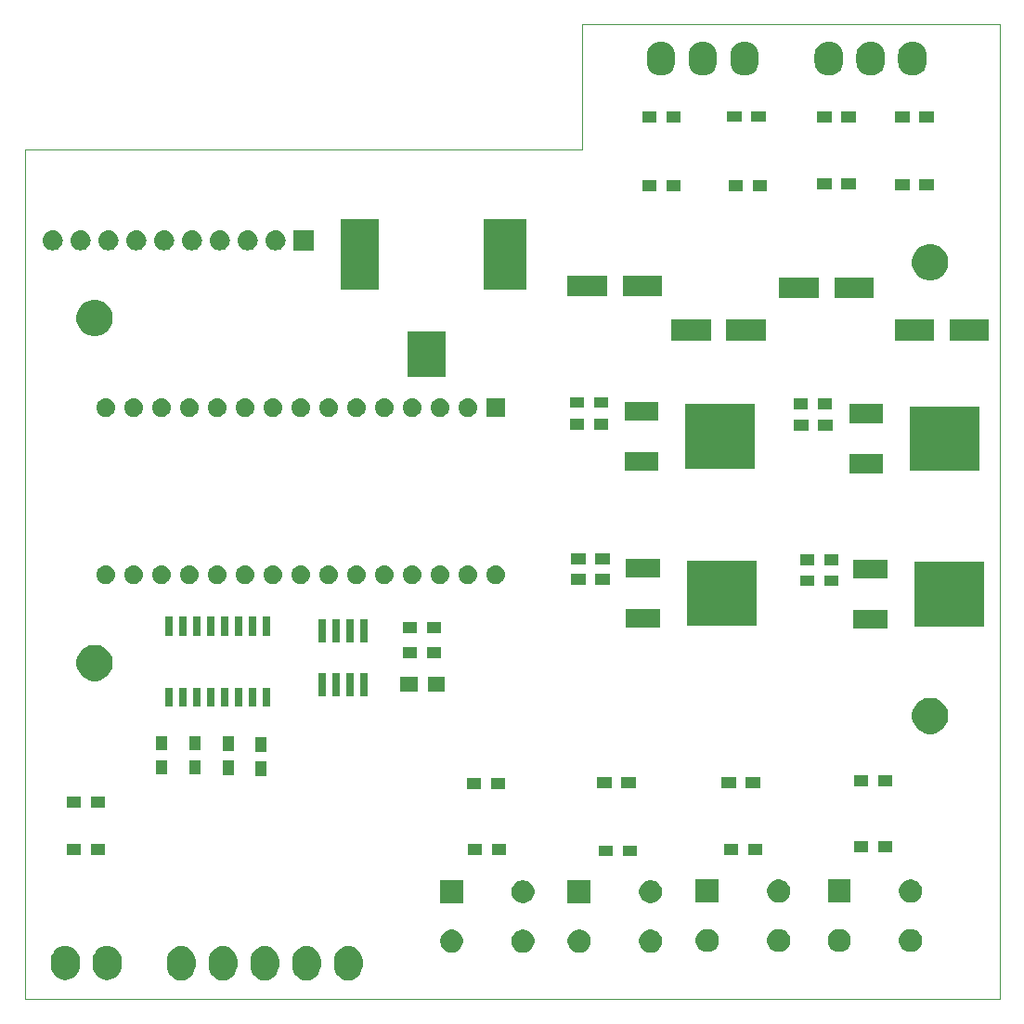
<source format=gbr>
%TF.GenerationSoftware,KiCad,Pcbnew,(5.1.2-1)-1*%
%TF.CreationDate,2019-09-01T22:37:37-05:00*%
%TF.ProjectId,FrankyAlpha,4672616e-6b79-4416-9c70-68612e6b6963,rev?*%
%TF.SameCoordinates,Original*%
%TF.FileFunction,Soldermask,Top*%
%TF.FilePolarity,Negative*%
%FSLAX46Y46*%
G04 Gerber Fmt 4.6, Leading zero omitted, Abs format (unit mm)*
G04 Created by KiCad (PCBNEW (5.1.2-1)-1) date 2019-09-01 22:37:37*
%MOMM*%
%LPD*%
G04 APERTURE LIST*
%ADD10C,0.050000*%
%ADD11C,0.100000*%
G04 APERTURE END LIST*
D10*
X50800000Y0D02*
X88900000Y0D01*
X88900000Y-88900000D02*
X88900000Y0D01*
X0Y-88900000D02*
X88900000Y-88900000D01*
X0Y-11430000D02*
X0Y-88900000D01*
D11*
X50800000Y-11430000D02*
X0Y-11430000D01*
X50800000Y0D02*
X50800000Y-11430000D01*
G36*
X14504400Y-84066021D02*
G01*
X14749602Y-84140403D01*
X14975582Y-84261191D01*
X15173655Y-84423745D01*
X15336209Y-84621817D01*
X15456997Y-84847797D01*
X15531379Y-85092999D01*
X15550200Y-85284095D01*
X15550200Y-85911904D01*
X15531379Y-86103000D01*
X15456997Y-86348202D01*
X15336209Y-86574183D01*
X15173655Y-86772255D01*
X14975583Y-86934809D01*
X14749603Y-87055597D01*
X14504401Y-87129979D01*
X14249400Y-87155094D01*
X13994400Y-87129979D01*
X13749198Y-87055597D01*
X13523218Y-86934809D01*
X13325146Y-86772255D01*
X13162591Y-86574183D01*
X13041803Y-86348203D01*
X12967421Y-86103001D01*
X12948600Y-85911905D01*
X12948600Y-85284096D01*
X12967421Y-85093000D01*
X13041803Y-84847798D01*
X13162591Y-84621818D01*
X13325145Y-84423745D01*
X13523217Y-84261191D01*
X13749197Y-84140403D01*
X13994399Y-84066021D01*
X14249400Y-84040906D01*
X14504400Y-84066021D01*
X14504400Y-84066021D01*
G37*
G36*
X18314400Y-84066021D02*
G01*
X18559602Y-84140403D01*
X18785582Y-84261191D01*
X18983655Y-84423745D01*
X19146209Y-84621817D01*
X19266997Y-84847797D01*
X19341379Y-85092999D01*
X19360200Y-85284095D01*
X19360200Y-85911904D01*
X19341379Y-86103000D01*
X19266997Y-86348202D01*
X19146209Y-86574183D01*
X18983655Y-86772255D01*
X18785583Y-86934809D01*
X18559603Y-87055597D01*
X18314401Y-87129979D01*
X18059400Y-87155094D01*
X17804400Y-87129979D01*
X17559198Y-87055597D01*
X17333218Y-86934809D01*
X17135146Y-86772255D01*
X16972591Y-86574183D01*
X16851803Y-86348203D01*
X16777421Y-86103001D01*
X16758600Y-85911905D01*
X16758600Y-85284096D01*
X16777421Y-85093000D01*
X16851803Y-84847798D01*
X16972591Y-84621818D01*
X17135145Y-84423745D01*
X17333217Y-84261191D01*
X17559197Y-84140403D01*
X17804399Y-84066021D01*
X18059400Y-84040906D01*
X18314400Y-84066021D01*
X18314400Y-84066021D01*
G37*
G36*
X22124400Y-84066021D02*
G01*
X22369602Y-84140403D01*
X22595582Y-84261191D01*
X22793655Y-84423745D01*
X22956209Y-84621817D01*
X23076997Y-84847797D01*
X23151379Y-85092999D01*
X23170200Y-85284095D01*
X23170200Y-85911904D01*
X23151379Y-86103000D01*
X23076997Y-86348202D01*
X22956209Y-86574183D01*
X22793655Y-86772255D01*
X22595583Y-86934809D01*
X22369603Y-87055597D01*
X22124401Y-87129979D01*
X21869400Y-87155094D01*
X21614400Y-87129979D01*
X21369198Y-87055597D01*
X21143218Y-86934809D01*
X20945146Y-86772255D01*
X20782591Y-86574183D01*
X20661803Y-86348203D01*
X20587421Y-86103001D01*
X20568600Y-85911905D01*
X20568600Y-85284096D01*
X20587421Y-85093000D01*
X20661803Y-84847798D01*
X20782591Y-84621818D01*
X20945145Y-84423745D01*
X21143217Y-84261191D01*
X21369197Y-84140403D01*
X21614399Y-84066021D01*
X21869400Y-84040906D01*
X22124400Y-84066021D01*
X22124400Y-84066021D01*
G37*
G36*
X25934400Y-84066021D02*
G01*
X26179602Y-84140403D01*
X26405582Y-84261191D01*
X26603655Y-84423745D01*
X26766209Y-84621817D01*
X26886997Y-84847797D01*
X26961379Y-85092999D01*
X26980200Y-85284095D01*
X26980200Y-85911904D01*
X26961379Y-86103000D01*
X26886997Y-86348202D01*
X26766209Y-86574183D01*
X26603655Y-86772255D01*
X26405583Y-86934809D01*
X26179603Y-87055597D01*
X25934401Y-87129979D01*
X25679400Y-87155094D01*
X25424400Y-87129979D01*
X25179198Y-87055597D01*
X24953218Y-86934809D01*
X24755146Y-86772255D01*
X24592591Y-86574183D01*
X24471803Y-86348203D01*
X24397421Y-86103001D01*
X24378600Y-85911905D01*
X24378600Y-85284096D01*
X24397421Y-85093000D01*
X24471803Y-84847798D01*
X24592591Y-84621818D01*
X24755145Y-84423745D01*
X24953217Y-84261191D01*
X25179197Y-84140403D01*
X25424399Y-84066021D01*
X25679400Y-84040906D01*
X25934400Y-84066021D01*
X25934400Y-84066021D01*
G37*
G36*
X29744400Y-84066021D02*
G01*
X29989602Y-84140403D01*
X30215582Y-84261191D01*
X30413655Y-84423745D01*
X30576209Y-84621817D01*
X30696997Y-84847797D01*
X30771379Y-85092999D01*
X30790200Y-85284095D01*
X30790200Y-85911904D01*
X30771379Y-86103000D01*
X30696997Y-86348202D01*
X30576209Y-86574183D01*
X30413655Y-86772255D01*
X30215583Y-86934809D01*
X29989603Y-87055597D01*
X29744401Y-87129979D01*
X29489400Y-87155094D01*
X29234400Y-87129979D01*
X28989198Y-87055597D01*
X28763218Y-86934809D01*
X28565146Y-86772255D01*
X28402591Y-86574183D01*
X28281803Y-86348203D01*
X28207421Y-86103001D01*
X28188600Y-85911905D01*
X28188600Y-85284096D01*
X28207421Y-85093000D01*
X28281803Y-84847798D01*
X28402591Y-84621818D01*
X28565145Y-84423745D01*
X28763217Y-84261191D01*
X28989197Y-84140403D01*
X29234399Y-84066021D01*
X29489400Y-84040906D01*
X29744400Y-84066021D01*
X29744400Y-84066021D01*
G37*
G36*
X3938000Y-84040621D02*
G01*
X4183202Y-84115003D01*
X4409182Y-84235791D01*
X4607255Y-84398345D01*
X4769809Y-84596417D01*
X4890597Y-84822397D01*
X4964979Y-85067599D01*
X4983800Y-85258695D01*
X4983800Y-85886504D01*
X4964979Y-86077600D01*
X4890597Y-86322802D01*
X4769809Y-86548783D01*
X4607255Y-86746855D01*
X4409183Y-86909409D01*
X4183203Y-87030197D01*
X3938001Y-87104579D01*
X3683000Y-87129694D01*
X3428000Y-87104579D01*
X3182798Y-87030197D01*
X2956818Y-86909409D01*
X2758746Y-86746855D01*
X2596191Y-86548783D01*
X2475403Y-86322803D01*
X2401021Y-86077601D01*
X2382200Y-85886505D01*
X2382200Y-85258696D01*
X2401021Y-85067600D01*
X2475403Y-84822398D01*
X2596191Y-84596418D01*
X2758745Y-84398345D01*
X2956817Y-84235791D01*
X3182797Y-84115003D01*
X3427999Y-84040621D01*
X3683000Y-84015506D01*
X3938000Y-84040621D01*
X3938000Y-84040621D01*
G37*
G36*
X7748000Y-84040621D02*
G01*
X7993202Y-84115003D01*
X8219182Y-84235791D01*
X8417255Y-84398345D01*
X8579809Y-84596417D01*
X8700597Y-84822397D01*
X8774979Y-85067599D01*
X8793800Y-85258695D01*
X8793800Y-85886504D01*
X8774979Y-86077600D01*
X8700597Y-86322802D01*
X8579809Y-86548783D01*
X8417255Y-86746855D01*
X8219183Y-86909409D01*
X7993203Y-87030197D01*
X7748001Y-87104579D01*
X7493000Y-87129694D01*
X7238000Y-87104579D01*
X6992798Y-87030197D01*
X6766818Y-86909409D01*
X6568746Y-86746855D01*
X6406191Y-86548783D01*
X6285403Y-86322803D01*
X6211021Y-86077601D01*
X6192200Y-85886505D01*
X6192200Y-85258696D01*
X6211021Y-85067600D01*
X6285403Y-84822398D01*
X6406191Y-84596418D01*
X6568745Y-84398345D01*
X6766817Y-84235791D01*
X6992797Y-84115003D01*
X7237999Y-84040621D01*
X7493000Y-84015506D01*
X7748000Y-84040621D01*
X7748000Y-84040621D01*
G37*
G36*
X57353708Y-82570382D02*
G01*
X57544941Y-82649593D01*
X57717047Y-82764591D01*
X57863409Y-82910953D01*
X57978407Y-83083059D01*
X58057618Y-83274292D01*
X58098000Y-83477305D01*
X58098000Y-83684295D01*
X58057618Y-83887308D01*
X57978407Y-84078541D01*
X57863409Y-84250647D01*
X57717047Y-84397009D01*
X57544941Y-84512007D01*
X57353708Y-84591218D01*
X57150695Y-84631600D01*
X56943705Y-84631600D01*
X56740692Y-84591218D01*
X56549459Y-84512007D01*
X56377353Y-84397009D01*
X56230991Y-84250647D01*
X56115993Y-84078541D01*
X56036782Y-83887308D01*
X55996400Y-83684295D01*
X55996400Y-83477305D01*
X56036782Y-83274292D01*
X56115993Y-83083059D01*
X56230991Y-82910953D01*
X56377353Y-82764591D01*
X56549459Y-82649593D01*
X56740692Y-82570382D01*
X56943705Y-82530000D01*
X57150695Y-82530000D01*
X57353708Y-82570382D01*
X57353708Y-82570382D01*
G37*
G36*
X50853708Y-82570382D02*
G01*
X51044941Y-82649593D01*
X51217047Y-82764591D01*
X51363409Y-82910953D01*
X51478407Y-83083059D01*
X51557618Y-83274292D01*
X51598000Y-83477305D01*
X51598000Y-83684295D01*
X51557618Y-83887308D01*
X51478407Y-84078541D01*
X51363409Y-84250647D01*
X51217047Y-84397009D01*
X51044941Y-84512007D01*
X50853708Y-84591218D01*
X50650695Y-84631600D01*
X50443705Y-84631600D01*
X50240692Y-84591218D01*
X50049459Y-84512007D01*
X49877353Y-84397009D01*
X49730991Y-84250647D01*
X49615993Y-84078541D01*
X49536782Y-83887308D01*
X49496400Y-83684295D01*
X49496400Y-83477305D01*
X49536782Y-83274292D01*
X49615993Y-83083059D01*
X49730991Y-82910953D01*
X49877353Y-82764591D01*
X50049459Y-82649593D01*
X50240692Y-82570382D01*
X50443705Y-82530000D01*
X50650695Y-82530000D01*
X50853708Y-82570382D01*
X50853708Y-82570382D01*
G37*
G36*
X45720508Y-82570382D02*
G01*
X45911741Y-82649593D01*
X46083847Y-82764591D01*
X46230209Y-82910953D01*
X46345207Y-83083059D01*
X46424418Y-83274292D01*
X46464800Y-83477305D01*
X46464800Y-83684295D01*
X46424418Y-83887308D01*
X46345207Y-84078541D01*
X46230209Y-84250647D01*
X46083847Y-84397009D01*
X45911741Y-84512007D01*
X45720508Y-84591218D01*
X45517495Y-84631600D01*
X45310505Y-84631600D01*
X45107492Y-84591218D01*
X44916259Y-84512007D01*
X44744153Y-84397009D01*
X44597791Y-84250647D01*
X44482793Y-84078541D01*
X44403582Y-83887308D01*
X44363200Y-83684295D01*
X44363200Y-83477305D01*
X44403582Y-83274292D01*
X44482793Y-83083059D01*
X44597791Y-82910953D01*
X44744153Y-82764591D01*
X44916259Y-82649593D01*
X45107492Y-82570382D01*
X45310505Y-82530000D01*
X45517495Y-82530000D01*
X45720508Y-82570382D01*
X45720508Y-82570382D01*
G37*
G36*
X39220508Y-82570382D02*
G01*
X39411741Y-82649593D01*
X39583847Y-82764591D01*
X39730209Y-82910953D01*
X39845207Y-83083059D01*
X39924418Y-83274292D01*
X39964800Y-83477305D01*
X39964800Y-83684295D01*
X39924418Y-83887308D01*
X39845207Y-84078541D01*
X39730209Y-84250647D01*
X39583847Y-84397009D01*
X39411741Y-84512007D01*
X39220508Y-84591218D01*
X39017495Y-84631600D01*
X38810505Y-84631600D01*
X38607492Y-84591218D01*
X38416259Y-84512007D01*
X38244153Y-84397009D01*
X38097791Y-84250647D01*
X37982793Y-84078541D01*
X37903582Y-83887308D01*
X37863200Y-83684295D01*
X37863200Y-83477305D01*
X37903582Y-83274292D01*
X37982793Y-83083059D01*
X38097791Y-82910953D01*
X38244153Y-82764591D01*
X38416259Y-82649593D01*
X38607492Y-82570382D01*
X38810505Y-82530000D01*
X39017495Y-82530000D01*
X39220508Y-82570382D01*
X39220508Y-82570382D01*
G37*
G36*
X81077308Y-82519582D02*
G01*
X81268541Y-82598793D01*
X81440647Y-82713791D01*
X81587009Y-82860153D01*
X81702007Y-83032259D01*
X81781218Y-83223492D01*
X81821600Y-83426505D01*
X81821600Y-83633495D01*
X81781218Y-83836508D01*
X81702007Y-84027741D01*
X81587009Y-84199847D01*
X81440647Y-84346209D01*
X81268541Y-84461207D01*
X81077308Y-84540418D01*
X80874295Y-84580800D01*
X80667305Y-84580800D01*
X80464292Y-84540418D01*
X80273059Y-84461207D01*
X80100953Y-84346209D01*
X79954591Y-84199847D01*
X79839593Y-84027741D01*
X79760382Y-83836508D01*
X79720000Y-83633495D01*
X79720000Y-83426505D01*
X79760382Y-83223492D01*
X79839593Y-83032259D01*
X79954591Y-82860153D01*
X80100953Y-82713791D01*
X80273059Y-82598793D01*
X80464292Y-82519582D01*
X80667305Y-82479200D01*
X80874295Y-82479200D01*
X81077308Y-82519582D01*
X81077308Y-82519582D01*
G37*
G36*
X74577308Y-82519582D02*
G01*
X74768541Y-82598793D01*
X74940647Y-82713791D01*
X75087009Y-82860153D01*
X75202007Y-83032259D01*
X75281218Y-83223492D01*
X75321600Y-83426505D01*
X75321600Y-83633495D01*
X75281218Y-83836508D01*
X75202007Y-84027741D01*
X75087009Y-84199847D01*
X74940647Y-84346209D01*
X74768541Y-84461207D01*
X74577308Y-84540418D01*
X74374295Y-84580800D01*
X74167305Y-84580800D01*
X73964292Y-84540418D01*
X73773059Y-84461207D01*
X73600953Y-84346209D01*
X73454591Y-84199847D01*
X73339593Y-84027741D01*
X73260382Y-83836508D01*
X73220000Y-83633495D01*
X73220000Y-83426505D01*
X73260382Y-83223492D01*
X73339593Y-83032259D01*
X73454591Y-82860153D01*
X73600953Y-82713791D01*
X73773059Y-82598793D01*
X73964292Y-82519582D01*
X74167305Y-82479200D01*
X74374295Y-82479200D01*
X74577308Y-82519582D01*
X74577308Y-82519582D01*
G37*
G36*
X69037708Y-82519582D02*
G01*
X69228941Y-82598793D01*
X69401047Y-82713791D01*
X69547409Y-82860153D01*
X69662407Y-83032259D01*
X69741618Y-83223492D01*
X69782000Y-83426505D01*
X69782000Y-83633495D01*
X69741618Y-83836508D01*
X69662407Y-84027741D01*
X69547409Y-84199847D01*
X69401047Y-84346209D01*
X69228941Y-84461207D01*
X69037708Y-84540418D01*
X68834695Y-84580800D01*
X68627705Y-84580800D01*
X68424692Y-84540418D01*
X68233459Y-84461207D01*
X68061353Y-84346209D01*
X67914991Y-84199847D01*
X67799993Y-84027741D01*
X67720782Y-83836508D01*
X67680400Y-83633495D01*
X67680400Y-83426505D01*
X67720782Y-83223492D01*
X67799993Y-83032259D01*
X67914991Y-82860153D01*
X68061353Y-82713791D01*
X68233459Y-82598793D01*
X68424692Y-82519582D01*
X68627705Y-82479200D01*
X68834695Y-82479200D01*
X69037708Y-82519582D01*
X69037708Y-82519582D01*
G37*
G36*
X62537708Y-82519582D02*
G01*
X62728941Y-82598793D01*
X62901047Y-82713791D01*
X63047409Y-82860153D01*
X63162407Y-83032259D01*
X63241618Y-83223492D01*
X63282000Y-83426505D01*
X63282000Y-83633495D01*
X63241618Y-83836508D01*
X63162407Y-84027741D01*
X63047409Y-84199847D01*
X62901047Y-84346209D01*
X62728941Y-84461207D01*
X62537708Y-84540418D01*
X62334695Y-84580800D01*
X62127705Y-84580800D01*
X61924692Y-84540418D01*
X61733459Y-84461207D01*
X61561353Y-84346209D01*
X61414991Y-84199847D01*
X61299993Y-84027741D01*
X61220782Y-83836508D01*
X61180400Y-83633495D01*
X61180400Y-83426505D01*
X61220782Y-83223492D01*
X61299993Y-83032259D01*
X61414991Y-82860153D01*
X61561353Y-82713791D01*
X61733459Y-82598793D01*
X61924692Y-82519582D01*
X62127705Y-82479200D01*
X62334695Y-82479200D01*
X62537708Y-82519582D01*
X62537708Y-82519582D01*
G37*
G36*
X51598000Y-80131600D02*
G01*
X49496400Y-80131600D01*
X49496400Y-78030000D01*
X51598000Y-78030000D01*
X51598000Y-80131600D01*
X51598000Y-80131600D01*
G37*
G36*
X57353708Y-78070382D02*
G01*
X57544941Y-78149593D01*
X57717047Y-78264591D01*
X57863409Y-78410953D01*
X57978407Y-78583059D01*
X58057618Y-78774292D01*
X58098000Y-78977305D01*
X58098000Y-79184295D01*
X58057618Y-79387308D01*
X57978407Y-79578541D01*
X57863409Y-79750647D01*
X57717047Y-79897009D01*
X57544941Y-80012007D01*
X57353708Y-80091218D01*
X57150695Y-80131600D01*
X56943705Y-80131600D01*
X56740692Y-80091218D01*
X56549459Y-80012007D01*
X56377353Y-79897009D01*
X56230991Y-79750647D01*
X56115993Y-79578541D01*
X56036782Y-79387308D01*
X55996400Y-79184295D01*
X55996400Y-78977305D01*
X56036782Y-78774292D01*
X56115993Y-78583059D01*
X56230991Y-78410953D01*
X56377353Y-78264591D01*
X56549459Y-78149593D01*
X56740692Y-78070382D01*
X56943705Y-78030000D01*
X57150695Y-78030000D01*
X57353708Y-78070382D01*
X57353708Y-78070382D01*
G37*
G36*
X45720508Y-78070382D02*
G01*
X45911741Y-78149593D01*
X46083847Y-78264591D01*
X46230209Y-78410953D01*
X46345207Y-78583059D01*
X46424418Y-78774292D01*
X46464800Y-78977305D01*
X46464800Y-79184295D01*
X46424418Y-79387308D01*
X46345207Y-79578541D01*
X46230209Y-79750647D01*
X46083847Y-79897009D01*
X45911741Y-80012007D01*
X45720508Y-80091218D01*
X45517495Y-80131600D01*
X45310505Y-80131600D01*
X45107492Y-80091218D01*
X44916259Y-80012007D01*
X44744153Y-79897009D01*
X44597791Y-79750647D01*
X44482793Y-79578541D01*
X44403582Y-79387308D01*
X44363200Y-79184295D01*
X44363200Y-78977305D01*
X44403582Y-78774292D01*
X44482793Y-78583059D01*
X44597791Y-78410953D01*
X44744153Y-78264591D01*
X44916259Y-78149593D01*
X45107492Y-78070382D01*
X45310505Y-78030000D01*
X45517495Y-78030000D01*
X45720508Y-78070382D01*
X45720508Y-78070382D01*
G37*
G36*
X39964800Y-80131600D02*
G01*
X37863200Y-80131600D01*
X37863200Y-78030000D01*
X39964800Y-78030000D01*
X39964800Y-80131600D01*
X39964800Y-80131600D01*
G37*
G36*
X81077308Y-78019582D02*
G01*
X81268541Y-78098793D01*
X81440647Y-78213791D01*
X81587009Y-78360153D01*
X81702007Y-78532259D01*
X81781218Y-78723492D01*
X81821600Y-78926505D01*
X81821600Y-79133495D01*
X81781218Y-79336508D01*
X81702007Y-79527741D01*
X81587009Y-79699847D01*
X81440647Y-79846209D01*
X81268541Y-79961207D01*
X81077308Y-80040418D01*
X80874295Y-80080800D01*
X80667305Y-80080800D01*
X80464292Y-80040418D01*
X80273059Y-79961207D01*
X80100953Y-79846209D01*
X79954591Y-79699847D01*
X79839593Y-79527741D01*
X79760382Y-79336508D01*
X79720000Y-79133495D01*
X79720000Y-78926505D01*
X79760382Y-78723492D01*
X79839593Y-78532259D01*
X79954591Y-78360153D01*
X80100953Y-78213791D01*
X80273059Y-78098793D01*
X80464292Y-78019582D01*
X80667305Y-77979200D01*
X80874295Y-77979200D01*
X81077308Y-78019582D01*
X81077308Y-78019582D01*
G37*
G36*
X75321600Y-80080800D02*
G01*
X73220000Y-80080800D01*
X73220000Y-77979200D01*
X75321600Y-77979200D01*
X75321600Y-80080800D01*
X75321600Y-80080800D01*
G37*
G36*
X69037708Y-78019582D02*
G01*
X69228941Y-78098793D01*
X69401047Y-78213791D01*
X69547409Y-78360153D01*
X69662407Y-78532259D01*
X69741618Y-78723492D01*
X69782000Y-78926505D01*
X69782000Y-79133495D01*
X69741618Y-79336508D01*
X69662407Y-79527741D01*
X69547409Y-79699847D01*
X69401047Y-79846209D01*
X69228941Y-79961207D01*
X69037708Y-80040418D01*
X68834695Y-80080800D01*
X68627705Y-80080800D01*
X68424692Y-80040418D01*
X68233459Y-79961207D01*
X68061353Y-79846209D01*
X67914991Y-79699847D01*
X67799993Y-79527741D01*
X67720782Y-79336508D01*
X67680400Y-79133495D01*
X67680400Y-78926505D01*
X67720782Y-78723492D01*
X67799993Y-78532259D01*
X67914991Y-78360153D01*
X68061353Y-78213791D01*
X68233459Y-78098793D01*
X68424692Y-78019582D01*
X68627705Y-77979200D01*
X68834695Y-77979200D01*
X69037708Y-78019582D01*
X69037708Y-78019582D01*
G37*
G36*
X63282000Y-80080800D02*
G01*
X61180400Y-80080800D01*
X61180400Y-77979200D01*
X63282000Y-77979200D01*
X63282000Y-80080800D01*
X63282000Y-80080800D01*
G37*
G36*
X55802000Y-75862600D02*
G01*
X54500400Y-75862600D01*
X54500400Y-74861000D01*
X55802000Y-74861000D01*
X55802000Y-75862600D01*
X55802000Y-75862600D01*
G37*
G36*
X53602000Y-75862600D02*
G01*
X52300400Y-75862600D01*
X52300400Y-74861000D01*
X53602000Y-74861000D01*
X53602000Y-75862600D01*
X53602000Y-75862600D01*
G37*
G36*
X43864000Y-75761000D02*
G01*
X42562400Y-75761000D01*
X42562400Y-74759400D01*
X43864000Y-74759400D01*
X43864000Y-75761000D01*
X43864000Y-75761000D01*
G37*
G36*
X65032000Y-75761000D02*
G01*
X63730400Y-75761000D01*
X63730400Y-74759400D01*
X65032000Y-74759400D01*
X65032000Y-75761000D01*
X65032000Y-75761000D01*
G37*
G36*
X41664000Y-75761000D02*
G01*
X40362400Y-75761000D01*
X40362400Y-74759400D01*
X41664000Y-74759400D01*
X41664000Y-75761000D01*
X41664000Y-75761000D01*
G37*
G36*
X67232000Y-75761000D02*
G01*
X65930400Y-75761000D01*
X65930400Y-74759400D01*
X67232000Y-74759400D01*
X67232000Y-75761000D01*
X67232000Y-75761000D01*
G37*
G36*
X7288000Y-75735600D02*
G01*
X5986400Y-75735600D01*
X5986400Y-74734000D01*
X7288000Y-74734000D01*
X7288000Y-75735600D01*
X7288000Y-75735600D01*
G37*
G36*
X5088000Y-75735600D02*
G01*
X3786400Y-75735600D01*
X3786400Y-74734000D01*
X5088000Y-74734000D01*
X5088000Y-75735600D01*
X5088000Y-75735600D01*
G37*
G36*
X79119200Y-75507000D02*
G01*
X77817600Y-75507000D01*
X77817600Y-74505400D01*
X79119200Y-74505400D01*
X79119200Y-75507000D01*
X79119200Y-75507000D01*
G37*
G36*
X76919200Y-75507000D02*
G01*
X75617600Y-75507000D01*
X75617600Y-74505400D01*
X76919200Y-74505400D01*
X76919200Y-75507000D01*
X76919200Y-75507000D01*
G37*
G36*
X5088000Y-71417600D02*
G01*
X3786400Y-71417600D01*
X3786400Y-70416000D01*
X5088000Y-70416000D01*
X5088000Y-71417600D01*
X5088000Y-71417600D01*
G37*
G36*
X7288000Y-71417600D02*
G01*
X5986400Y-71417600D01*
X5986400Y-70416000D01*
X7288000Y-70416000D01*
X7288000Y-71417600D01*
X7288000Y-71417600D01*
G37*
G36*
X41613200Y-69715800D02*
G01*
X40311600Y-69715800D01*
X40311600Y-68714200D01*
X41613200Y-68714200D01*
X41613200Y-69715800D01*
X41613200Y-69715800D01*
G37*
G36*
X43813200Y-69715800D02*
G01*
X42511600Y-69715800D01*
X42511600Y-68714200D01*
X43813200Y-68714200D01*
X43813200Y-69715800D01*
X43813200Y-69715800D01*
G37*
G36*
X67028800Y-69665000D02*
G01*
X65727200Y-69665000D01*
X65727200Y-68663400D01*
X67028800Y-68663400D01*
X67028800Y-69665000D01*
X67028800Y-69665000D01*
G37*
G36*
X64828800Y-69665000D02*
G01*
X63527200Y-69665000D01*
X63527200Y-68663400D01*
X64828800Y-68663400D01*
X64828800Y-69665000D01*
X64828800Y-69665000D01*
G37*
G36*
X55700400Y-69665000D02*
G01*
X54398800Y-69665000D01*
X54398800Y-68663400D01*
X55700400Y-68663400D01*
X55700400Y-69665000D01*
X55700400Y-69665000D01*
G37*
G36*
X53500400Y-69665000D02*
G01*
X52198800Y-69665000D01*
X52198800Y-68663400D01*
X53500400Y-68663400D01*
X53500400Y-69665000D01*
X53500400Y-69665000D01*
G37*
G36*
X76919200Y-69461800D02*
G01*
X75617600Y-69461800D01*
X75617600Y-68460200D01*
X76919200Y-68460200D01*
X76919200Y-69461800D01*
X76919200Y-69461800D01*
G37*
G36*
X79119200Y-69461800D02*
G01*
X77817600Y-69461800D01*
X77817600Y-68460200D01*
X79119200Y-68460200D01*
X79119200Y-69461800D01*
X79119200Y-69461800D01*
G37*
G36*
X22040000Y-68502000D02*
G01*
X21038400Y-68502000D01*
X21038400Y-67200400D01*
X22040000Y-67200400D01*
X22040000Y-68502000D01*
X22040000Y-68502000D01*
G37*
G36*
X19042800Y-68433600D02*
G01*
X18041200Y-68433600D01*
X18041200Y-67132000D01*
X19042800Y-67132000D01*
X19042800Y-68433600D01*
X19042800Y-68433600D01*
G37*
G36*
X12946800Y-68400400D02*
G01*
X11945200Y-68400400D01*
X11945200Y-67098800D01*
X12946800Y-67098800D01*
X12946800Y-68400400D01*
X12946800Y-68400400D01*
G37*
G36*
X15994800Y-68400400D02*
G01*
X14993200Y-68400400D01*
X14993200Y-67098800D01*
X15994800Y-67098800D01*
X15994800Y-68400400D01*
X15994800Y-68400400D01*
G37*
G36*
X22040000Y-66302000D02*
G01*
X21038400Y-66302000D01*
X21038400Y-65000400D01*
X22040000Y-65000400D01*
X22040000Y-66302000D01*
X22040000Y-66302000D01*
G37*
G36*
X19042800Y-66233600D02*
G01*
X18041200Y-66233600D01*
X18041200Y-64932000D01*
X19042800Y-64932000D01*
X19042800Y-66233600D01*
X19042800Y-66233600D01*
G37*
G36*
X12946800Y-66200400D02*
G01*
X11945200Y-66200400D01*
X11945200Y-64898800D01*
X12946800Y-64898800D01*
X12946800Y-66200400D01*
X12946800Y-66200400D01*
G37*
G36*
X15994800Y-66200400D02*
G01*
X14993200Y-66200400D01*
X14993200Y-64898800D01*
X15994800Y-64898800D01*
X15994800Y-66200400D01*
X15994800Y-66200400D01*
G37*
G36*
X83031521Y-61455439D02*
G01*
X83331947Y-61579880D01*
X83602324Y-61760540D01*
X83832260Y-61990476D01*
X84012920Y-62260853D01*
X84137361Y-62561279D01*
X84200800Y-62880210D01*
X84200800Y-63205390D01*
X84137361Y-63524321D01*
X84012920Y-63824747D01*
X83832260Y-64095124D01*
X83602324Y-64325060D01*
X83331947Y-64505720D01*
X83031521Y-64630161D01*
X82712590Y-64693600D01*
X82387410Y-64693600D01*
X82068479Y-64630161D01*
X81768053Y-64505720D01*
X81497676Y-64325060D01*
X81267740Y-64095124D01*
X81087080Y-63824747D01*
X80962639Y-63524321D01*
X80899200Y-63205390D01*
X80899200Y-62880210D01*
X80962639Y-62561279D01*
X81087080Y-62260853D01*
X81267740Y-61990476D01*
X81497676Y-61760540D01*
X81768053Y-61579880D01*
X82068479Y-61455439D01*
X82387410Y-61392000D01*
X82712590Y-61392000D01*
X83031521Y-61455439D01*
X83031521Y-61455439D01*
G37*
G36*
X13477600Y-62221000D02*
G01*
X12786000Y-62221000D01*
X12786000Y-60509400D01*
X13477600Y-60509400D01*
X13477600Y-62221000D01*
X13477600Y-62221000D01*
G37*
G36*
X14747600Y-62221000D02*
G01*
X14056000Y-62221000D01*
X14056000Y-60509400D01*
X14747600Y-60509400D01*
X14747600Y-62221000D01*
X14747600Y-62221000D01*
G37*
G36*
X16017600Y-62221000D02*
G01*
X15326000Y-62221000D01*
X15326000Y-60509400D01*
X16017600Y-60509400D01*
X16017600Y-62221000D01*
X16017600Y-62221000D01*
G37*
G36*
X17287600Y-62221000D02*
G01*
X16596000Y-62221000D01*
X16596000Y-60509400D01*
X17287600Y-60509400D01*
X17287600Y-62221000D01*
X17287600Y-62221000D01*
G37*
G36*
X18557600Y-62221000D02*
G01*
X17866000Y-62221000D01*
X17866000Y-60509400D01*
X18557600Y-60509400D01*
X18557600Y-62221000D01*
X18557600Y-62221000D01*
G37*
G36*
X19827600Y-62221000D02*
G01*
X19136000Y-62221000D01*
X19136000Y-60509400D01*
X19827600Y-60509400D01*
X19827600Y-62221000D01*
X19827600Y-62221000D01*
G37*
G36*
X21097600Y-62221000D02*
G01*
X20406000Y-62221000D01*
X20406000Y-60509400D01*
X21097600Y-60509400D01*
X21097600Y-62221000D01*
X21097600Y-62221000D01*
G37*
G36*
X22367600Y-62221000D02*
G01*
X21676000Y-62221000D01*
X21676000Y-60509400D01*
X22367600Y-60509400D01*
X22367600Y-62221000D01*
X22367600Y-62221000D01*
G37*
G36*
X27452600Y-61260400D02*
G01*
X26751000Y-61260400D01*
X26751000Y-59158800D01*
X27452600Y-59158800D01*
X27452600Y-61260400D01*
X27452600Y-61260400D01*
G37*
G36*
X29992600Y-61260400D02*
G01*
X29291000Y-61260400D01*
X29291000Y-59158800D01*
X29992600Y-59158800D01*
X29992600Y-61260400D01*
X29992600Y-61260400D01*
G37*
G36*
X28722600Y-61260400D02*
G01*
X28021000Y-61260400D01*
X28021000Y-59158800D01*
X28722600Y-59158800D01*
X28722600Y-61260400D01*
X28722600Y-61260400D01*
G37*
G36*
X31262600Y-61260400D02*
G01*
X30561000Y-61260400D01*
X30561000Y-59158800D01*
X31262600Y-59158800D01*
X31262600Y-61260400D01*
X31262600Y-61260400D01*
G37*
G36*
X35822000Y-60823000D02*
G01*
X34220400Y-60823000D01*
X34220400Y-59471400D01*
X35822000Y-59471400D01*
X35822000Y-60823000D01*
X35822000Y-60823000D01*
G37*
G36*
X38322000Y-60823000D02*
G01*
X36720400Y-60823000D01*
X36720400Y-59471400D01*
X38322000Y-59471400D01*
X38322000Y-60823000D01*
X38322000Y-60823000D01*
G37*
G36*
X6831521Y-56629439D02*
G01*
X7131947Y-56753880D01*
X7402324Y-56934540D01*
X7632260Y-57164476D01*
X7812920Y-57434853D01*
X7937361Y-57735279D01*
X8000800Y-58054210D01*
X8000800Y-58379390D01*
X7937361Y-58698321D01*
X7812920Y-58998747D01*
X7632260Y-59269124D01*
X7402324Y-59499060D01*
X7131947Y-59679720D01*
X6831521Y-59804161D01*
X6512590Y-59867600D01*
X6187410Y-59867600D01*
X5868479Y-59804161D01*
X5568053Y-59679720D01*
X5297676Y-59499060D01*
X5067740Y-59269124D01*
X4887080Y-58998747D01*
X4762639Y-58698321D01*
X4699200Y-58379390D01*
X4699200Y-58054210D01*
X4762639Y-57735279D01*
X4887080Y-57434853D01*
X5067740Y-57164476D01*
X5297676Y-56934540D01*
X5568053Y-56753880D01*
X5868479Y-56629439D01*
X6187410Y-56566000D01*
X6512590Y-56566000D01*
X6831521Y-56629439D01*
X6831521Y-56629439D01*
G37*
G36*
X35771200Y-57752400D02*
G01*
X34469600Y-57752400D01*
X34469600Y-56750800D01*
X35771200Y-56750800D01*
X35771200Y-57752400D01*
X35771200Y-57752400D01*
G37*
G36*
X37971200Y-57752400D02*
G01*
X36669600Y-57752400D01*
X36669600Y-56750800D01*
X37971200Y-56750800D01*
X37971200Y-57752400D01*
X37971200Y-57752400D01*
G37*
G36*
X28722600Y-56360400D02*
G01*
X28021000Y-56360400D01*
X28021000Y-54258800D01*
X28722600Y-54258800D01*
X28722600Y-56360400D01*
X28722600Y-56360400D01*
G37*
G36*
X27452600Y-56360400D02*
G01*
X26751000Y-56360400D01*
X26751000Y-54258800D01*
X27452600Y-54258800D01*
X27452600Y-56360400D01*
X27452600Y-56360400D01*
G37*
G36*
X29992600Y-56360400D02*
G01*
X29291000Y-56360400D01*
X29291000Y-54258800D01*
X29992600Y-54258800D01*
X29992600Y-56360400D01*
X29992600Y-56360400D01*
G37*
G36*
X31262600Y-56360400D02*
G01*
X30561000Y-56360400D01*
X30561000Y-54258800D01*
X31262600Y-54258800D01*
X31262600Y-56360400D01*
X31262600Y-56360400D01*
G37*
G36*
X19827600Y-55721000D02*
G01*
X19136000Y-55721000D01*
X19136000Y-54009400D01*
X19827600Y-54009400D01*
X19827600Y-55721000D01*
X19827600Y-55721000D01*
G37*
G36*
X14747600Y-55721000D02*
G01*
X14056000Y-55721000D01*
X14056000Y-54009400D01*
X14747600Y-54009400D01*
X14747600Y-55721000D01*
X14747600Y-55721000D01*
G37*
G36*
X16017600Y-55721000D02*
G01*
X15326000Y-55721000D01*
X15326000Y-54009400D01*
X16017600Y-54009400D01*
X16017600Y-55721000D01*
X16017600Y-55721000D01*
G37*
G36*
X17287600Y-55721000D02*
G01*
X16596000Y-55721000D01*
X16596000Y-54009400D01*
X17287600Y-54009400D01*
X17287600Y-55721000D01*
X17287600Y-55721000D01*
G37*
G36*
X18557600Y-55721000D02*
G01*
X17866000Y-55721000D01*
X17866000Y-54009400D01*
X18557600Y-54009400D01*
X18557600Y-55721000D01*
X18557600Y-55721000D01*
G37*
G36*
X13477600Y-55721000D02*
G01*
X12786000Y-55721000D01*
X12786000Y-54009400D01*
X13477600Y-54009400D01*
X13477600Y-55721000D01*
X13477600Y-55721000D01*
G37*
G36*
X21097600Y-55721000D02*
G01*
X20406000Y-55721000D01*
X20406000Y-54009400D01*
X21097600Y-54009400D01*
X21097600Y-55721000D01*
X21097600Y-55721000D01*
G37*
G36*
X22367600Y-55721000D02*
G01*
X21676000Y-55721000D01*
X21676000Y-54009400D01*
X22367600Y-54009400D01*
X22367600Y-55721000D01*
X22367600Y-55721000D01*
G37*
G36*
X35771200Y-55517200D02*
G01*
X34469600Y-55517200D01*
X34469600Y-54515600D01*
X35771200Y-54515600D01*
X35771200Y-55517200D01*
X35771200Y-55517200D01*
G37*
G36*
X37971200Y-55517200D02*
G01*
X36669600Y-55517200D01*
X36669600Y-54515600D01*
X37971200Y-54515600D01*
X37971200Y-55517200D01*
X37971200Y-55517200D01*
G37*
G36*
X78674600Y-55078800D02*
G01*
X75573000Y-55078800D01*
X75573000Y-53377200D01*
X78674600Y-53377200D01*
X78674600Y-55078800D01*
X78674600Y-55078800D01*
G37*
G36*
X57922800Y-55028000D02*
G01*
X54821200Y-55028000D01*
X54821200Y-53326400D01*
X57922800Y-53326400D01*
X57922800Y-55028000D01*
X57922800Y-55028000D01*
G37*
G36*
X87444600Y-54893800D02*
G01*
X81143000Y-54893800D01*
X81143000Y-48992200D01*
X87444600Y-48992200D01*
X87444600Y-54893800D01*
X87444600Y-54893800D01*
G37*
G36*
X66692800Y-54843000D02*
G01*
X60391200Y-54843000D01*
X60391200Y-48941400D01*
X66692800Y-48941400D01*
X66692800Y-54843000D01*
X66692800Y-54843000D01*
G37*
G36*
X72017000Y-51224600D02*
G01*
X70715400Y-51224600D01*
X70715400Y-50223000D01*
X72017000Y-50223000D01*
X72017000Y-51224600D01*
X72017000Y-51224600D01*
G37*
G36*
X74217000Y-51224600D02*
G01*
X72915400Y-51224600D01*
X72915400Y-50223000D01*
X74217000Y-50223000D01*
X74217000Y-51224600D01*
X74217000Y-51224600D01*
G37*
G36*
X51112800Y-51072200D02*
G01*
X49811200Y-51072200D01*
X49811200Y-50070600D01*
X51112800Y-50070600D01*
X51112800Y-51072200D01*
X51112800Y-51072200D01*
G37*
G36*
X53312800Y-51072200D02*
G01*
X52011200Y-51072200D01*
X52011200Y-50070600D01*
X53312800Y-50070600D01*
X53312800Y-51072200D01*
X53312800Y-51072200D01*
G37*
G36*
X7532782Y-49326510D02*
G01*
X7532785Y-49326511D01*
X7532786Y-49326511D01*
X7599014Y-49346601D01*
X7693163Y-49375161D01*
X7767064Y-49414662D01*
X7840966Y-49454163D01*
X7970517Y-49560483D01*
X8076837Y-49690034D01*
X8116338Y-49763936D01*
X8155839Y-49837837D01*
X8204490Y-49998218D01*
X8220917Y-50165000D01*
X8204490Y-50331782D01*
X8155839Y-50492163D01*
X8146946Y-50508800D01*
X8076837Y-50639966D01*
X7970517Y-50769517D01*
X7840966Y-50875837D01*
X7767064Y-50915338D01*
X7693163Y-50954839D01*
X7599014Y-50983399D01*
X7532786Y-51003489D01*
X7532785Y-51003489D01*
X7532782Y-51003490D01*
X7407796Y-51015800D01*
X7324204Y-51015800D01*
X7199218Y-51003490D01*
X7199215Y-51003489D01*
X7199214Y-51003489D01*
X7132986Y-50983399D01*
X7038837Y-50954839D01*
X6964936Y-50915338D01*
X6891034Y-50875837D01*
X6761483Y-50769517D01*
X6655163Y-50639966D01*
X6585054Y-50508800D01*
X6576161Y-50492163D01*
X6527510Y-50331782D01*
X6511083Y-50165000D01*
X6527510Y-49998218D01*
X6576161Y-49837837D01*
X6615662Y-49763936D01*
X6655163Y-49690034D01*
X6761483Y-49560483D01*
X6891034Y-49454163D01*
X6964936Y-49414662D01*
X7038837Y-49375161D01*
X7132986Y-49346601D01*
X7199214Y-49326511D01*
X7199215Y-49326511D01*
X7199218Y-49326510D01*
X7324204Y-49314200D01*
X7407796Y-49314200D01*
X7532782Y-49326510D01*
X7532782Y-49326510D01*
G37*
G36*
X43092782Y-49326510D02*
G01*
X43092785Y-49326511D01*
X43092786Y-49326511D01*
X43159014Y-49346601D01*
X43253163Y-49375161D01*
X43327064Y-49414662D01*
X43400966Y-49454163D01*
X43530517Y-49560483D01*
X43636837Y-49690034D01*
X43676338Y-49763936D01*
X43715839Y-49837837D01*
X43764490Y-49998218D01*
X43780917Y-50165000D01*
X43764490Y-50331782D01*
X43715839Y-50492163D01*
X43706946Y-50508800D01*
X43636837Y-50639966D01*
X43530517Y-50769517D01*
X43400966Y-50875837D01*
X43327064Y-50915338D01*
X43253163Y-50954839D01*
X43159014Y-50983399D01*
X43092786Y-51003489D01*
X43092785Y-51003489D01*
X43092782Y-51003490D01*
X42967796Y-51015800D01*
X42884204Y-51015800D01*
X42759218Y-51003490D01*
X42759215Y-51003489D01*
X42759214Y-51003489D01*
X42692986Y-50983399D01*
X42598837Y-50954839D01*
X42524936Y-50915338D01*
X42451034Y-50875837D01*
X42321483Y-50769517D01*
X42215163Y-50639966D01*
X42145054Y-50508800D01*
X42136161Y-50492163D01*
X42087510Y-50331782D01*
X42071083Y-50165000D01*
X42087510Y-49998218D01*
X42136161Y-49837837D01*
X42175662Y-49763936D01*
X42215163Y-49690034D01*
X42321483Y-49560483D01*
X42451034Y-49454163D01*
X42524936Y-49414662D01*
X42598837Y-49375161D01*
X42692986Y-49346601D01*
X42759214Y-49326511D01*
X42759215Y-49326511D01*
X42759218Y-49326510D01*
X42884204Y-49314200D01*
X42967796Y-49314200D01*
X43092782Y-49326510D01*
X43092782Y-49326510D01*
G37*
G36*
X10072782Y-49326510D02*
G01*
X10072785Y-49326511D01*
X10072786Y-49326511D01*
X10139014Y-49346601D01*
X10233163Y-49375161D01*
X10307064Y-49414662D01*
X10380966Y-49454163D01*
X10510517Y-49560483D01*
X10616837Y-49690034D01*
X10656338Y-49763936D01*
X10695839Y-49837837D01*
X10744490Y-49998218D01*
X10760917Y-50165000D01*
X10744490Y-50331782D01*
X10695839Y-50492163D01*
X10686946Y-50508800D01*
X10616837Y-50639966D01*
X10510517Y-50769517D01*
X10380966Y-50875837D01*
X10307064Y-50915338D01*
X10233163Y-50954839D01*
X10139014Y-50983399D01*
X10072786Y-51003489D01*
X10072785Y-51003489D01*
X10072782Y-51003490D01*
X9947796Y-51015800D01*
X9864204Y-51015800D01*
X9739218Y-51003490D01*
X9739215Y-51003489D01*
X9739214Y-51003489D01*
X9672986Y-50983399D01*
X9578837Y-50954839D01*
X9504936Y-50915338D01*
X9431034Y-50875837D01*
X9301483Y-50769517D01*
X9195163Y-50639966D01*
X9125054Y-50508800D01*
X9116161Y-50492163D01*
X9067510Y-50331782D01*
X9051083Y-50165000D01*
X9067510Y-49998218D01*
X9116161Y-49837837D01*
X9155662Y-49763936D01*
X9195163Y-49690034D01*
X9301483Y-49560483D01*
X9431034Y-49454163D01*
X9504936Y-49414662D01*
X9578837Y-49375161D01*
X9672986Y-49346601D01*
X9739214Y-49326511D01*
X9739215Y-49326511D01*
X9739218Y-49326510D01*
X9864204Y-49314200D01*
X9947796Y-49314200D01*
X10072782Y-49326510D01*
X10072782Y-49326510D01*
G37*
G36*
X12612782Y-49326510D02*
G01*
X12612785Y-49326511D01*
X12612786Y-49326511D01*
X12679014Y-49346601D01*
X12773163Y-49375161D01*
X12847064Y-49414662D01*
X12920966Y-49454163D01*
X13050517Y-49560483D01*
X13156837Y-49690034D01*
X13196338Y-49763936D01*
X13235839Y-49837837D01*
X13284490Y-49998218D01*
X13300917Y-50165000D01*
X13284490Y-50331782D01*
X13235839Y-50492163D01*
X13226946Y-50508800D01*
X13156837Y-50639966D01*
X13050517Y-50769517D01*
X12920966Y-50875837D01*
X12847064Y-50915338D01*
X12773163Y-50954839D01*
X12679014Y-50983399D01*
X12612786Y-51003489D01*
X12612785Y-51003489D01*
X12612782Y-51003490D01*
X12487796Y-51015800D01*
X12404204Y-51015800D01*
X12279218Y-51003490D01*
X12279215Y-51003489D01*
X12279214Y-51003489D01*
X12212986Y-50983399D01*
X12118837Y-50954839D01*
X12044936Y-50915338D01*
X11971034Y-50875837D01*
X11841483Y-50769517D01*
X11735163Y-50639966D01*
X11665054Y-50508800D01*
X11656161Y-50492163D01*
X11607510Y-50331782D01*
X11591083Y-50165000D01*
X11607510Y-49998218D01*
X11656161Y-49837837D01*
X11695662Y-49763936D01*
X11735163Y-49690034D01*
X11841483Y-49560483D01*
X11971034Y-49454163D01*
X12044936Y-49414662D01*
X12118837Y-49375161D01*
X12212986Y-49346601D01*
X12279214Y-49326511D01*
X12279215Y-49326511D01*
X12279218Y-49326510D01*
X12404204Y-49314200D01*
X12487796Y-49314200D01*
X12612782Y-49326510D01*
X12612782Y-49326510D01*
G37*
G36*
X15152782Y-49326510D02*
G01*
X15152785Y-49326511D01*
X15152786Y-49326511D01*
X15219014Y-49346601D01*
X15313163Y-49375161D01*
X15387064Y-49414662D01*
X15460966Y-49454163D01*
X15590517Y-49560483D01*
X15696837Y-49690034D01*
X15736338Y-49763936D01*
X15775839Y-49837837D01*
X15824490Y-49998218D01*
X15840917Y-50165000D01*
X15824490Y-50331782D01*
X15775839Y-50492163D01*
X15766946Y-50508800D01*
X15696837Y-50639966D01*
X15590517Y-50769517D01*
X15460966Y-50875837D01*
X15387064Y-50915338D01*
X15313163Y-50954839D01*
X15219014Y-50983399D01*
X15152786Y-51003489D01*
X15152785Y-51003489D01*
X15152782Y-51003490D01*
X15027796Y-51015800D01*
X14944204Y-51015800D01*
X14819218Y-51003490D01*
X14819215Y-51003489D01*
X14819214Y-51003489D01*
X14752986Y-50983399D01*
X14658837Y-50954839D01*
X14584936Y-50915338D01*
X14511034Y-50875837D01*
X14381483Y-50769517D01*
X14275163Y-50639966D01*
X14205054Y-50508800D01*
X14196161Y-50492163D01*
X14147510Y-50331782D01*
X14131083Y-50165000D01*
X14147510Y-49998218D01*
X14196161Y-49837837D01*
X14235662Y-49763936D01*
X14275163Y-49690034D01*
X14381483Y-49560483D01*
X14511034Y-49454163D01*
X14584936Y-49414662D01*
X14658837Y-49375161D01*
X14752986Y-49346601D01*
X14819214Y-49326511D01*
X14819215Y-49326511D01*
X14819218Y-49326510D01*
X14944204Y-49314200D01*
X15027796Y-49314200D01*
X15152782Y-49326510D01*
X15152782Y-49326510D01*
G37*
G36*
X35472782Y-49326510D02*
G01*
X35472785Y-49326511D01*
X35472786Y-49326511D01*
X35539014Y-49346601D01*
X35633163Y-49375161D01*
X35707064Y-49414662D01*
X35780966Y-49454163D01*
X35910517Y-49560483D01*
X36016837Y-49690034D01*
X36056338Y-49763936D01*
X36095839Y-49837837D01*
X36144490Y-49998218D01*
X36160917Y-50165000D01*
X36144490Y-50331782D01*
X36095839Y-50492163D01*
X36086946Y-50508800D01*
X36016837Y-50639966D01*
X35910517Y-50769517D01*
X35780966Y-50875837D01*
X35707064Y-50915338D01*
X35633163Y-50954839D01*
X35539014Y-50983399D01*
X35472786Y-51003489D01*
X35472785Y-51003489D01*
X35472782Y-51003490D01*
X35347796Y-51015800D01*
X35264204Y-51015800D01*
X35139218Y-51003490D01*
X35139215Y-51003489D01*
X35139214Y-51003489D01*
X35072986Y-50983399D01*
X34978837Y-50954839D01*
X34904936Y-50915338D01*
X34831034Y-50875837D01*
X34701483Y-50769517D01*
X34595163Y-50639966D01*
X34525054Y-50508800D01*
X34516161Y-50492163D01*
X34467510Y-50331782D01*
X34451083Y-50165000D01*
X34467510Y-49998218D01*
X34516161Y-49837837D01*
X34555662Y-49763936D01*
X34595163Y-49690034D01*
X34701483Y-49560483D01*
X34831034Y-49454163D01*
X34904936Y-49414662D01*
X34978837Y-49375161D01*
X35072986Y-49346601D01*
X35139214Y-49326511D01*
X35139215Y-49326511D01*
X35139218Y-49326510D01*
X35264204Y-49314200D01*
X35347796Y-49314200D01*
X35472782Y-49326510D01*
X35472782Y-49326510D01*
G37*
G36*
X40552782Y-49326510D02*
G01*
X40552785Y-49326511D01*
X40552786Y-49326511D01*
X40619014Y-49346601D01*
X40713163Y-49375161D01*
X40787064Y-49414662D01*
X40860966Y-49454163D01*
X40990517Y-49560483D01*
X41096837Y-49690034D01*
X41136338Y-49763936D01*
X41175839Y-49837837D01*
X41224490Y-49998218D01*
X41240917Y-50165000D01*
X41224490Y-50331782D01*
X41175839Y-50492163D01*
X41166946Y-50508800D01*
X41096837Y-50639966D01*
X40990517Y-50769517D01*
X40860966Y-50875837D01*
X40787064Y-50915338D01*
X40713163Y-50954839D01*
X40619014Y-50983399D01*
X40552786Y-51003489D01*
X40552785Y-51003489D01*
X40552782Y-51003490D01*
X40427796Y-51015800D01*
X40344204Y-51015800D01*
X40219218Y-51003490D01*
X40219215Y-51003489D01*
X40219214Y-51003489D01*
X40152986Y-50983399D01*
X40058837Y-50954839D01*
X39984936Y-50915338D01*
X39911034Y-50875837D01*
X39781483Y-50769517D01*
X39675163Y-50639966D01*
X39605054Y-50508800D01*
X39596161Y-50492163D01*
X39547510Y-50331782D01*
X39531083Y-50165000D01*
X39547510Y-49998218D01*
X39596161Y-49837837D01*
X39635662Y-49763936D01*
X39675163Y-49690034D01*
X39781483Y-49560483D01*
X39911034Y-49454163D01*
X39984936Y-49414662D01*
X40058837Y-49375161D01*
X40152986Y-49346601D01*
X40219214Y-49326511D01*
X40219215Y-49326511D01*
X40219218Y-49326510D01*
X40344204Y-49314200D01*
X40427796Y-49314200D01*
X40552782Y-49326510D01*
X40552782Y-49326510D01*
G37*
G36*
X32932782Y-49326510D02*
G01*
X32932785Y-49326511D01*
X32932786Y-49326511D01*
X32999014Y-49346601D01*
X33093163Y-49375161D01*
X33167064Y-49414662D01*
X33240966Y-49454163D01*
X33370517Y-49560483D01*
X33476837Y-49690034D01*
X33516338Y-49763936D01*
X33555839Y-49837837D01*
X33604490Y-49998218D01*
X33620917Y-50165000D01*
X33604490Y-50331782D01*
X33555839Y-50492163D01*
X33546946Y-50508800D01*
X33476837Y-50639966D01*
X33370517Y-50769517D01*
X33240966Y-50875837D01*
X33167064Y-50915338D01*
X33093163Y-50954839D01*
X32999014Y-50983399D01*
X32932786Y-51003489D01*
X32932785Y-51003489D01*
X32932782Y-51003490D01*
X32807796Y-51015800D01*
X32724204Y-51015800D01*
X32599218Y-51003490D01*
X32599215Y-51003489D01*
X32599214Y-51003489D01*
X32532986Y-50983399D01*
X32438837Y-50954839D01*
X32364936Y-50915338D01*
X32291034Y-50875837D01*
X32161483Y-50769517D01*
X32055163Y-50639966D01*
X31985054Y-50508800D01*
X31976161Y-50492163D01*
X31927510Y-50331782D01*
X31911083Y-50165000D01*
X31927510Y-49998218D01*
X31976161Y-49837837D01*
X32015662Y-49763936D01*
X32055163Y-49690034D01*
X32161483Y-49560483D01*
X32291034Y-49454163D01*
X32364936Y-49414662D01*
X32438837Y-49375161D01*
X32532986Y-49346601D01*
X32599214Y-49326511D01*
X32599215Y-49326511D01*
X32599218Y-49326510D01*
X32724204Y-49314200D01*
X32807796Y-49314200D01*
X32932782Y-49326510D01*
X32932782Y-49326510D01*
G37*
G36*
X38012782Y-49326510D02*
G01*
X38012785Y-49326511D01*
X38012786Y-49326511D01*
X38079014Y-49346601D01*
X38173163Y-49375161D01*
X38247064Y-49414662D01*
X38320966Y-49454163D01*
X38450517Y-49560483D01*
X38556837Y-49690034D01*
X38596338Y-49763936D01*
X38635839Y-49837837D01*
X38684490Y-49998218D01*
X38700917Y-50165000D01*
X38684490Y-50331782D01*
X38635839Y-50492163D01*
X38626946Y-50508800D01*
X38556837Y-50639966D01*
X38450517Y-50769517D01*
X38320966Y-50875837D01*
X38247064Y-50915338D01*
X38173163Y-50954839D01*
X38079014Y-50983399D01*
X38012786Y-51003489D01*
X38012785Y-51003489D01*
X38012782Y-51003490D01*
X37887796Y-51015800D01*
X37804204Y-51015800D01*
X37679218Y-51003490D01*
X37679215Y-51003489D01*
X37679214Y-51003489D01*
X37612986Y-50983399D01*
X37518837Y-50954839D01*
X37444936Y-50915338D01*
X37371034Y-50875837D01*
X37241483Y-50769517D01*
X37135163Y-50639966D01*
X37065054Y-50508800D01*
X37056161Y-50492163D01*
X37007510Y-50331782D01*
X36991083Y-50165000D01*
X37007510Y-49998218D01*
X37056161Y-49837837D01*
X37095662Y-49763936D01*
X37135163Y-49690034D01*
X37241483Y-49560483D01*
X37371034Y-49454163D01*
X37444936Y-49414662D01*
X37518837Y-49375161D01*
X37612986Y-49346601D01*
X37679214Y-49326511D01*
X37679215Y-49326511D01*
X37679218Y-49326510D01*
X37804204Y-49314200D01*
X37887796Y-49314200D01*
X38012782Y-49326510D01*
X38012782Y-49326510D01*
G37*
G36*
X30392782Y-49326510D02*
G01*
X30392785Y-49326511D01*
X30392786Y-49326511D01*
X30459014Y-49346601D01*
X30553163Y-49375161D01*
X30627064Y-49414662D01*
X30700966Y-49454163D01*
X30830517Y-49560483D01*
X30936837Y-49690034D01*
X30976338Y-49763936D01*
X31015839Y-49837837D01*
X31064490Y-49998218D01*
X31080917Y-50165000D01*
X31064490Y-50331782D01*
X31015839Y-50492163D01*
X31006946Y-50508800D01*
X30936837Y-50639966D01*
X30830517Y-50769517D01*
X30700966Y-50875837D01*
X30627064Y-50915338D01*
X30553163Y-50954839D01*
X30459014Y-50983399D01*
X30392786Y-51003489D01*
X30392785Y-51003489D01*
X30392782Y-51003490D01*
X30267796Y-51015800D01*
X30184204Y-51015800D01*
X30059218Y-51003490D01*
X30059215Y-51003489D01*
X30059214Y-51003489D01*
X29992986Y-50983399D01*
X29898837Y-50954839D01*
X29824936Y-50915338D01*
X29751034Y-50875837D01*
X29621483Y-50769517D01*
X29515163Y-50639966D01*
X29445054Y-50508800D01*
X29436161Y-50492163D01*
X29387510Y-50331782D01*
X29371083Y-50165000D01*
X29387510Y-49998218D01*
X29436161Y-49837837D01*
X29475662Y-49763936D01*
X29515163Y-49690034D01*
X29621483Y-49560483D01*
X29751034Y-49454163D01*
X29824936Y-49414662D01*
X29898837Y-49375161D01*
X29992986Y-49346601D01*
X30059214Y-49326511D01*
X30059215Y-49326511D01*
X30059218Y-49326510D01*
X30184204Y-49314200D01*
X30267796Y-49314200D01*
X30392782Y-49326510D01*
X30392782Y-49326510D01*
G37*
G36*
X27852782Y-49326510D02*
G01*
X27852785Y-49326511D01*
X27852786Y-49326511D01*
X27919014Y-49346601D01*
X28013163Y-49375161D01*
X28087064Y-49414662D01*
X28160966Y-49454163D01*
X28290517Y-49560483D01*
X28396837Y-49690034D01*
X28436338Y-49763936D01*
X28475839Y-49837837D01*
X28524490Y-49998218D01*
X28540917Y-50165000D01*
X28524490Y-50331782D01*
X28475839Y-50492163D01*
X28466946Y-50508800D01*
X28396837Y-50639966D01*
X28290517Y-50769517D01*
X28160966Y-50875837D01*
X28087064Y-50915338D01*
X28013163Y-50954839D01*
X27919014Y-50983399D01*
X27852786Y-51003489D01*
X27852785Y-51003489D01*
X27852782Y-51003490D01*
X27727796Y-51015800D01*
X27644204Y-51015800D01*
X27519218Y-51003490D01*
X27519215Y-51003489D01*
X27519214Y-51003489D01*
X27452986Y-50983399D01*
X27358837Y-50954839D01*
X27284936Y-50915338D01*
X27211034Y-50875837D01*
X27081483Y-50769517D01*
X26975163Y-50639966D01*
X26905054Y-50508800D01*
X26896161Y-50492163D01*
X26847510Y-50331782D01*
X26831083Y-50165000D01*
X26847510Y-49998218D01*
X26896161Y-49837837D01*
X26935662Y-49763936D01*
X26975163Y-49690034D01*
X27081483Y-49560483D01*
X27211034Y-49454163D01*
X27284936Y-49414662D01*
X27358837Y-49375161D01*
X27452986Y-49346601D01*
X27519214Y-49326511D01*
X27519215Y-49326511D01*
X27519218Y-49326510D01*
X27644204Y-49314200D01*
X27727796Y-49314200D01*
X27852782Y-49326510D01*
X27852782Y-49326510D01*
G37*
G36*
X25312782Y-49326510D02*
G01*
X25312785Y-49326511D01*
X25312786Y-49326511D01*
X25379014Y-49346601D01*
X25473163Y-49375161D01*
X25547064Y-49414662D01*
X25620966Y-49454163D01*
X25750517Y-49560483D01*
X25856837Y-49690034D01*
X25896338Y-49763936D01*
X25935839Y-49837837D01*
X25984490Y-49998218D01*
X26000917Y-50165000D01*
X25984490Y-50331782D01*
X25935839Y-50492163D01*
X25926946Y-50508800D01*
X25856837Y-50639966D01*
X25750517Y-50769517D01*
X25620966Y-50875837D01*
X25547064Y-50915338D01*
X25473163Y-50954839D01*
X25379014Y-50983399D01*
X25312786Y-51003489D01*
X25312785Y-51003489D01*
X25312782Y-51003490D01*
X25187796Y-51015800D01*
X25104204Y-51015800D01*
X24979218Y-51003490D01*
X24979215Y-51003489D01*
X24979214Y-51003489D01*
X24912986Y-50983399D01*
X24818837Y-50954839D01*
X24744936Y-50915338D01*
X24671034Y-50875837D01*
X24541483Y-50769517D01*
X24435163Y-50639966D01*
X24365054Y-50508800D01*
X24356161Y-50492163D01*
X24307510Y-50331782D01*
X24291083Y-50165000D01*
X24307510Y-49998218D01*
X24356161Y-49837837D01*
X24395662Y-49763936D01*
X24435163Y-49690034D01*
X24541483Y-49560483D01*
X24671034Y-49454163D01*
X24744936Y-49414662D01*
X24818837Y-49375161D01*
X24912986Y-49346601D01*
X24979214Y-49326511D01*
X24979215Y-49326511D01*
X24979218Y-49326510D01*
X25104204Y-49314200D01*
X25187796Y-49314200D01*
X25312782Y-49326510D01*
X25312782Y-49326510D01*
G37*
G36*
X22772782Y-49326510D02*
G01*
X22772785Y-49326511D01*
X22772786Y-49326511D01*
X22839014Y-49346601D01*
X22933163Y-49375161D01*
X23007064Y-49414662D01*
X23080966Y-49454163D01*
X23210517Y-49560483D01*
X23316837Y-49690034D01*
X23356338Y-49763936D01*
X23395839Y-49837837D01*
X23444490Y-49998218D01*
X23460917Y-50165000D01*
X23444490Y-50331782D01*
X23395839Y-50492163D01*
X23386946Y-50508800D01*
X23316837Y-50639966D01*
X23210517Y-50769517D01*
X23080966Y-50875837D01*
X23007064Y-50915338D01*
X22933163Y-50954839D01*
X22839014Y-50983399D01*
X22772786Y-51003489D01*
X22772785Y-51003489D01*
X22772782Y-51003490D01*
X22647796Y-51015800D01*
X22564204Y-51015800D01*
X22439218Y-51003490D01*
X22439215Y-51003489D01*
X22439214Y-51003489D01*
X22372986Y-50983399D01*
X22278837Y-50954839D01*
X22204936Y-50915338D01*
X22131034Y-50875837D01*
X22001483Y-50769517D01*
X21895163Y-50639966D01*
X21825054Y-50508800D01*
X21816161Y-50492163D01*
X21767510Y-50331782D01*
X21751083Y-50165000D01*
X21767510Y-49998218D01*
X21816161Y-49837837D01*
X21855662Y-49763936D01*
X21895163Y-49690034D01*
X22001483Y-49560483D01*
X22131034Y-49454163D01*
X22204936Y-49414662D01*
X22278837Y-49375161D01*
X22372986Y-49346601D01*
X22439214Y-49326511D01*
X22439215Y-49326511D01*
X22439218Y-49326510D01*
X22564204Y-49314200D01*
X22647796Y-49314200D01*
X22772782Y-49326510D01*
X22772782Y-49326510D01*
G37*
G36*
X20232782Y-49326510D02*
G01*
X20232785Y-49326511D01*
X20232786Y-49326511D01*
X20299014Y-49346601D01*
X20393163Y-49375161D01*
X20467064Y-49414662D01*
X20540966Y-49454163D01*
X20670517Y-49560483D01*
X20776837Y-49690034D01*
X20816338Y-49763936D01*
X20855839Y-49837837D01*
X20904490Y-49998218D01*
X20920917Y-50165000D01*
X20904490Y-50331782D01*
X20855839Y-50492163D01*
X20846946Y-50508800D01*
X20776837Y-50639966D01*
X20670517Y-50769517D01*
X20540966Y-50875837D01*
X20467064Y-50915338D01*
X20393163Y-50954839D01*
X20299014Y-50983399D01*
X20232786Y-51003489D01*
X20232785Y-51003489D01*
X20232782Y-51003490D01*
X20107796Y-51015800D01*
X20024204Y-51015800D01*
X19899218Y-51003490D01*
X19899215Y-51003489D01*
X19899214Y-51003489D01*
X19832986Y-50983399D01*
X19738837Y-50954839D01*
X19664936Y-50915338D01*
X19591034Y-50875837D01*
X19461483Y-50769517D01*
X19355163Y-50639966D01*
X19285054Y-50508800D01*
X19276161Y-50492163D01*
X19227510Y-50331782D01*
X19211083Y-50165000D01*
X19227510Y-49998218D01*
X19276161Y-49837837D01*
X19315662Y-49763936D01*
X19355163Y-49690034D01*
X19461483Y-49560483D01*
X19591034Y-49454163D01*
X19664936Y-49414662D01*
X19738837Y-49375161D01*
X19832986Y-49346601D01*
X19899214Y-49326511D01*
X19899215Y-49326511D01*
X19899218Y-49326510D01*
X20024204Y-49314200D01*
X20107796Y-49314200D01*
X20232782Y-49326510D01*
X20232782Y-49326510D01*
G37*
G36*
X17692782Y-49326510D02*
G01*
X17692785Y-49326511D01*
X17692786Y-49326511D01*
X17759014Y-49346601D01*
X17853163Y-49375161D01*
X17927064Y-49414662D01*
X18000966Y-49454163D01*
X18130517Y-49560483D01*
X18236837Y-49690034D01*
X18276338Y-49763936D01*
X18315839Y-49837837D01*
X18364490Y-49998218D01*
X18380917Y-50165000D01*
X18364490Y-50331782D01*
X18315839Y-50492163D01*
X18306946Y-50508800D01*
X18236837Y-50639966D01*
X18130517Y-50769517D01*
X18000966Y-50875837D01*
X17927064Y-50915338D01*
X17853163Y-50954839D01*
X17759014Y-50983399D01*
X17692786Y-51003489D01*
X17692785Y-51003489D01*
X17692782Y-51003490D01*
X17567796Y-51015800D01*
X17484204Y-51015800D01*
X17359218Y-51003490D01*
X17359215Y-51003489D01*
X17359214Y-51003489D01*
X17292986Y-50983399D01*
X17198837Y-50954839D01*
X17124936Y-50915338D01*
X17051034Y-50875837D01*
X16921483Y-50769517D01*
X16815163Y-50639966D01*
X16745054Y-50508800D01*
X16736161Y-50492163D01*
X16687510Y-50331782D01*
X16671083Y-50165000D01*
X16687510Y-49998218D01*
X16736161Y-49837837D01*
X16775662Y-49763936D01*
X16815163Y-49690034D01*
X16921483Y-49560483D01*
X17051034Y-49454163D01*
X17124936Y-49414662D01*
X17198837Y-49375161D01*
X17292986Y-49346601D01*
X17359214Y-49326511D01*
X17359215Y-49326511D01*
X17359218Y-49326510D01*
X17484204Y-49314200D01*
X17567796Y-49314200D01*
X17692782Y-49326510D01*
X17692782Y-49326510D01*
G37*
G36*
X78674600Y-50508800D02*
G01*
X75573000Y-50508800D01*
X75573000Y-48807200D01*
X78674600Y-48807200D01*
X78674600Y-50508800D01*
X78674600Y-50508800D01*
G37*
G36*
X57922800Y-50458000D02*
G01*
X54821200Y-50458000D01*
X54821200Y-48756400D01*
X57922800Y-48756400D01*
X57922800Y-50458000D01*
X57922800Y-50458000D01*
G37*
G36*
X74217000Y-49294200D02*
G01*
X72915400Y-49294200D01*
X72915400Y-48292600D01*
X74217000Y-48292600D01*
X74217000Y-49294200D01*
X74217000Y-49294200D01*
G37*
G36*
X72017000Y-49294200D02*
G01*
X70715400Y-49294200D01*
X70715400Y-48292600D01*
X72017000Y-48292600D01*
X72017000Y-49294200D01*
X72017000Y-49294200D01*
G37*
G36*
X51130400Y-49243400D02*
G01*
X49828800Y-49243400D01*
X49828800Y-48241800D01*
X51130400Y-48241800D01*
X51130400Y-49243400D01*
X51130400Y-49243400D01*
G37*
G36*
X53330400Y-49243400D02*
G01*
X52028800Y-49243400D01*
X52028800Y-48241800D01*
X53330400Y-48241800D01*
X53330400Y-49243400D01*
X53330400Y-49243400D01*
G37*
G36*
X78268200Y-40905600D02*
G01*
X75166600Y-40905600D01*
X75166600Y-39204000D01*
X78268200Y-39204000D01*
X78268200Y-40905600D01*
X78268200Y-40905600D01*
G37*
G36*
X87038200Y-40720600D02*
G01*
X80736600Y-40720600D01*
X80736600Y-34819000D01*
X87038200Y-34819000D01*
X87038200Y-40720600D01*
X87038200Y-40720600D01*
G37*
G36*
X57770400Y-40702400D02*
G01*
X54668800Y-40702400D01*
X54668800Y-39000800D01*
X57770400Y-39000800D01*
X57770400Y-40702400D01*
X57770400Y-40702400D01*
G37*
G36*
X66540400Y-40517400D02*
G01*
X60238800Y-40517400D01*
X60238800Y-34615800D01*
X66540400Y-34615800D01*
X66540400Y-40517400D01*
X66540400Y-40517400D01*
G37*
G36*
X73658200Y-37051400D02*
G01*
X72356600Y-37051400D01*
X72356600Y-36049800D01*
X73658200Y-36049800D01*
X73658200Y-37051400D01*
X73658200Y-37051400D01*
G37*
G36*
X71458200Y-37051400D02*
G01*
X70156600Y-37051400D01*
X70156600Y-36049800D01*
X71458200Y-36049800D01*
X71458200Y-37051400D01*
X71458200Y-37051400D01*
G37*
G36*
X53211200Y-36949800D02*
G01*
X51909600Y-36949800D01*
X51909600Y-35948200D01*
X53211200Y-35948200D01*
X53211200Y-36949800D01*
X53211200Y-36949800D01*
G37*
G36*
X51011200Y-36949800D02*
G01*
X49709600Y-36949800D01*
X49709600Y-35948200D01*
X51011200Y-35948200D01*
X51011200Y-36949800D01*
X51011200Y-36949800D01*
G37*
G36*
X78268200Y-36335600D02*
G01*
X75166600Y-36335600D01*
X75166600Y-34634000D01*
X78268200Y-34634000D01*
X78268200Y-36335600D01*
X78268200Y-36335600D01*
G37*
G36*
X57770400Y-36132400D02*
G01*
X54668800Y-36132400D01*
X54668800Y-34430800D01*
X57770400Y-34430800D01*
X57770400Y-36132400D01*
X57770400Y-36132400D01*
G37*
G36*
X25312782Y-34086510D02*
G01*
X25312785Y-34086511D01*
X25312786Y-34086511D01*
X25379014Y-34106601D01*
X25473163Y-34135161D01*
X25547064Y-34174662D01*
X25620966Y-34214163D01*
X25750517Y-34320483D01*
X25856837Y-34450034D01*
X25896338Y-34523936D01*
X25935839Y-34597837D01*
X25984490Y-34758218D01*
X26000917Y-34925000D01*
X25984490Y-35091782D01*
X25935839Y-35252163D01*
X25896338Y-35326064D01*
X25856837Y-35399966D01*
X25750517Y-35529517D01*
X25620966Y-35635837D01*
X25547064Y-35675338D01*
X25473163Y-35714839D01*
X25379014Y-35743399D01*
X25312786Y-35763489D01*
X25312785Y-35763489D01*
X25312782Y-35763490D01*
X25187796Y-35775800D01*
X25104204Y-35775800D01*
X24979218Y-35763490D01*
X24979215Y-35763489D01*
X24979214Y-35763489D01*
X24912986Y-35743399D01*
X24818837Y-35714839D01*
X24744936Y-35675338D01*
X24671034Y-35635837D01*
X24541483Y-35529517D01*
X24435163Y-35399966D01*
X24395662Y-35326064D01*
X24356161Y-35252163D01*
X24307510Y-35091782D01*
X24291083Y-34925000D01*
X24307510Y-34758218D01*
X24356161Y-34597837D01*
X24395662Y-34523936D01*
X24435163Y-34450034D01*
X24541483Y-34320483D01*
X24671034Y-34214163D01*
X24744936Y-34174662D01*
X24818837Y-34135161D01*
X24912986Y-34106601D01*
X24979214Y-34086511D01*
X24979215Y-34086511D01*
X24979218Y-34086510D01*
X25104204Y-34074200D01*
X25187796Y-34074200D01*
X25312782Y-34086510D01*
X25312782Y-34086510D01*
G37*
G36*
X38012782Y-34086510D02*
G01*
X38012785Y-34086511D01*
X38012786Y-34086511D01*
X38079014Y-34106601D01*
X38173163Y-34135161D01*
X38247064Y-34174662D01*
X38320966Y-34214163D01*
X38450517Y-34320483D01*
X38556837Y-34450034D01*
X38596338Y-34523936D01*
X38635839Y-34597837D01*
X38684490Y-34758218D01*
X38700917Y-34925000D01*
X38684490Y-35091782D01*
X38635839Y-35252163D01*
X38596338Y-35326064D01*
X38556837Y-35399966D01*
X38450517Y-35529517D01*
X38320966Y-35635837D01*
X38247064Y-35675338D01*
X38173163Y-35714839D01*
X38079014Y-35743399D01*
X38012786Y-35763489D01*
X38012785Y-35763489D01*
X38012782Y-35763490D01*
X37887796Y-35775800D01*
X37804204Y-35775800D01*
X37679218Y-35763490D01*
X37679215Y-35763489D01*
X37679214Y-35763489D01*
X37612986Y-35743399D01*
X37518837Y-35714839D01*
X37444936Y-35675338D01*
X37371034Y-35635837D01*
X37241483Y-35529517D01*
X37135163Y-35399966D01*
X37095662Y-35326064D01*
X37056161Y-35252163D01*
X37007510Y-35091782D01*
X36991083Y-34925000D01*
X37007510Y-34758218D01*
X37056161Y-34597837D01*
X37095662Y-34523936D01*
X37135163Y-34450034D01*
X37241483Y-34320483D01*
X37371034Y-34214163D01*
X37444936Y-34174662D01*
X37518837Y-34135161D01*
X37612986Y-34106601D01*
X37679214Y-34086511D01*
X37679215Y-34086511D01*
X37679218Y-34086510D01*
X37804204Y-34074200D01*
X37887796Y-34074200D01*
X38012782Y-34086510D01*
X38012782Y-34086510D01*
G37*
G36*
X22772782Y-34086510D02*
G01*
X22772785Y-34086511D01*
X22772786Y-34086511D01*
X22839014Y-34106601D01*
X22933163Y-34135161D01*
X23007064Y-34174662D01*
X23080966Y-34214163D01*
X23210517Y-34320483D01*
X23316837Y-34450034D01*
X23356338Y-34523936D01*
X23395839Y-34597837D01*
X23444490Y-34758218D01*
X23460917Y-34925000D01*
X23444490Y-35091782D01*
X23395839Y-35252163D01*
X23356338Y-35326064D01*
X23316837Y-35399966D01*
X23210517Y-35529517D01*
X23080966Y-35635837D01*
X23007064Y-35675338D01*
X22933163Y-35714839D01*
X22839014Y-35743399D01*
X22772786Y-35763489D01*
X22772785Y-35763489D01*
X22772782Y-35763490D01*
X22647796Y-35775800D01*
X22564204Y-35775800D01*
X22439218Y-35763490D01*
X22439215Y-35763489D01*
X22439214Y-35763489D01*
X22372986Y-35743399D01*
X22278837Y-35714839D01*
X22204936Y-35675338D01*
X22131034Y-35635837D01*
X22001483Y-35529517D01*
X21895163Y-35399966D01*
X21855662Y-35326064D01*
X21816161Y-35252163D01*
X21767510Y-35091782D01*
X21751083Y-34925000D01*
X21767510Y-34758218D01*
X21816161Y-34597837D01*
X21855662Y-34523936D01*
X21895163Y-34450034D01*
X22001483Y-34320483D01*
X22131034Y-34214163D01*
X22204936Y-34174662D01*
X22278837Y-34135161D01*
X22372986Y-34106601D01*
X22439214Y-34086511D01*
X22439215Y-34086511D01*
X22439218Y-34086510D01*
X22564204Y-34074200D01*
X22647796Y-34074200D01*
X22772782Y-34086510D01*
X22772782Y-34086510D01*
G37*
G36*
X20232782Y-34086510D02*
G01*
X20232785Y-34086511D01*
X20232786Y-34086511D01*
X20299014Y-34106601D01*
X20393163Y-34135161D01*
X20467064Y-34174662D01*
X20540966Y-34214163D01*
X20670517Y-34320483D01*
X20776837Y-34450034D01*
X20816338Y-34523936D01*
X20855839Y-34597837D01*
X20904490Y-34758218D01*
X20920917Y-34925000D01*
X20904490Y-35091782D01*
X20855839Y-35252163D01*
X20816338Y-35326064D01*
X20776837Y-35399966D01*
X20670517Y-35529517D01*
X20540966Y-35635837D01*
X20467064Y-35675338D01*
X20393163Y-35714839D01*
X20299014Y-35743399D01*
X20232786Y-35763489D01*
X20232785Y-35763489D01*
X20232782Y-35763490D01*
X20107796Y-35775800D01*
X20024204Y-35775800D01*
X19899218Y-35763490D01*
X19899215Y-35763489D01*
X19899214Y-35763489D01*
X19832986Y-35743399D01*
X19738837Y-35714839D01*
X19664936Y-35675338D01*
X19591034Y-35635837D01*
X19461483Y-35529517D01*
X19355163Y-35399966D01*
X19315662Y-35326064D01*
X19276161Y-35252163D01*
X19227510Y-35091782D01*
X19211083Y-34925000D01*
X19227510Y-34758218D01*
X19276161Y-34597837D01*
X19315662Y-34523936D01*
X19355163Y-34450034D01*
X19461483Y-34320483D01*
X19591034Y-34214163D01*
X19664936Y-34174662D01*
X19738837Y-34135161D01*
X19832986Y-34106601D01*
X19899214Y-34086511D01*
X19899215Y-34086511D01*
X19899218Y-34086510D01*
X20024204Y-34074200D01*
X20107796Y-34074200D01*
X20232782Y-34086510D01*
X20232782Y-34086510D01*
G37*
G36*
X17692782Y-34086510D02*
G01*
X17692785Y-34086511D01*
X17692786Y-34086511D01*
X17759014Y-34106601D01*
X17853163Y-34135161D01*
X17927064Y-34174662D01*
X18000966Y-34214163D01*
X18130517Y-34320483D01*
X18236837Y-34450034D01*
X18276338Y-34523936D01*
X18315839Y-34597837D01*
X18364490Y-34758218D01*
X18380917Y-34925000D01*
X18364490Y-35091782D01*
X18315839Y-35252163D01*
X18276338Y-35326064D01*
X18236837Y-35399966D01*
X18130517Y-35529517D01*
X18000966Y-35635837D01*
X17927064Y-35675338D01*
X17853163Y-35714839D01*
X17759014Y-35743399D01*
X17692786Y-35763489D01*
X17692785Y-35763489D01*
X17692782Y-35763490D01*
X17567796Y-35775800D01*
X17484204Y-35775800D01*
X17359218Y-35763490D01*
X17359215Y-35763489D01*
X17359214Y-35763489D01*
X17292986Y-35743399D01*
X17198837Y-35714839D01*
X17124936Y-35675338D01*
X17051034Y-35635837D01*
X16921483Y-35529517D01*
X16815163Y-35399966D01*
X16775662Y-35326064D01*
X16736161Y-35252163D01*
X16687510Y-35091782D01*
X16671083Y-34925000D01*
X16687510Y-34758218D01*
X16736161Y-34597837D01*
X16775662Y-34523936D01*
X16815163Y-34450034D01*
X16921483Y-34320483D01*
X17051034Y-34214163D01*
X17124936Y-34174662D01*
X17198837Y-34135161D01*
X17292986Y-34106601D01*
X17359214Y-34086511D01*
X17359215Y-34086511D01*
X17359218Y-34086510D01*
X17484204Y-34074200D01*
X17567796Y-34074200D01*
X17692782Y-34086510D01*
X17692782Y-34086510D01*
G37*
G36*
X15152782Y-34086510D02*
G01*
X15152785Y-34086511D01*
X15152786Y-34086511D01*
X15219014Y-34106601D01*
X15313163Y-34135161D01*
X15387064Y-34174662D01*
X15460966Y-34214163D01*
X15590517Y-34320483D01*
X15696837Y-34450034D01*
X15736338Y-34523936D01*
X15775839Y-34597837D01*
X15824490Y-34758218D01*
X15840917Y-34925000D01*
X15824490Y-35091782D01*
X15775839Y-35252163D01*
X15736338Y-35326064D01*
X15696837Y-35399966D01*
X15590517Y-35529517D01*
X15460966Y-35635837D01*
X15387064Y-35675338D01*
X15313163Y-35714839D01*
X15219014Y-35743399D01*
X15152786Y-35763489D01*
X15152785Y-35763489D01*
X15152782Y-35763490D01*
X15027796Y-35775800D01*
X14944204Y-35775800D01*
X14819218Y-35763490D01*
X14819215Y-35763489D01*
X14819214Y-35763489D01*
X14752986Y-35743399D01*
X14658837Y-35714839D01*
X14584936Y-35675338D01*
X14511034Y-35635837D01*
X14381483Y-35529517D01*
X14275163Y-35399966D01*
X14235662Y-35326064D01*
X14196161Y-35252163D01*
X14147510Y-35091782D01*
X14131083Y-34925000D01*
X14147510Y-34758218D01*
X14196161Y-34597837D01*
X14235662Y-34523936D01*
X14275163Y-34450034D01*
X14381483Y-34320483D01*
X14511034Y-34214163D01*
X14584936Y-34174662D01*
X14658837Y-34135161D01*
X14752986Y-34106601D01*
X14819214Y-34086511D01*
X14819215Y-34086511D01*
X14819218Y-34086510D01*
X14944204Y-34074200D01*
X15027796Y-34074200D01*
X15152782Y-34086510D01*
X15152782Y-34086510D01*
G37*
G36*
X12612782Y-34086510D02*
G01*
X12612785Y-34086511D01*
X12612786Y-34086511D01*
X12679014Y-34106601D01*
X12773163Y-34135161D01*
X12847064Y-34174662D01*
X12920966Y-34214163D01*
X13050517Y-34320483D01*
X13156837Y-34450034D01*
X13196338Y-34523936D01*
X13235839Y-34597837D01*
X13284490Y-34758218D01*
X13300917Y-34925000D01*
X13284490Y-35091782D01*
X13235839Y-35252163D01*
X13196338Y-35326064D01*
X13156837Y-35399966D01*
X13050517Y-35529517D01*
X12920966Y-35635837D01*
X12847064Y-35675338D01*
X12773163Y-35714839D01*
X12679014Y-35743399D01*
X12612786Y-35763489D01*
X12612785Y-35763489D01*
X12612782Y-35763490D01*
X12487796Y-35775800D01*
X12404204Y-35775800D01*
X12279218Y-35763490D01*
X12279215Y-35763489D01*
X12279214Y-35763489D01*
X12212986Y-35743399D01*
X12118837Y-35714839D01*
X12044936Y-35675338D01*
X11971034Y-35635837D01*
X11841483Y-35529517D01*
X11735163Y-35399966D01*
X11695662Y-35326064D01*
X11656161Y-35252163D01*
X11607510Y-35091782D01*
X11591083Y-34925000D01*
X11607510Y-34758218D01*
X11656161Y-34597837D01*
X11695662Y-34523936D01*
X11735163Y-34450034D01*
X11841483Y-34320483D01*
X11971034Y-34214163D01*
X12044936Y-34174662D01*
X12118837Y-34135161D01*
X12212986Y-34106601D01*
X12279214Y-34086511D01*
X12279215Y-34086511D01*
X12279218Y-34086510D01*
X12404204Y-34074200D01*
X12487796Y-34074200D01*
X12612782Y-34086510D01*
X12612782Y-34086510D01*
G37*
G36*
X10072782Y-34086510D02*
G01*
X10072785Y-34086511D01*
X10072786Y-34086511D01*
X10139014Y-34106601D01*
X10233163Y-34135161D01*
X10307064Y-34174662D01*
X10380966Y-34214163D01*
X10510517Y-34320483D01*
X10616837Y-34450034D01*
X10656338Y-34523936D01*
X10695839Y-34597837D01*
X10744490Y-34758218D01*
X10760917Y-34925000D01*
X10744490Y-35091782D01*
X10695839Y-35252163D01*
X10656338Y-35326064D01*
X10616837Y-35399966D01*
X10510517Y-35529517D01*
X10380966Y-35635837D01*
X10307064Y-35675338D01*
X10233163Y-35714839D01*
X10139014Y-35743399D01*
X10072786Y-35763489D01*
X10072785Y-35763489D01*
X10072782Y-35763490D01*
X9947796Y-35775800D01*
X9864204Y-35775800D01*
X9739218Y-35763490D01*
X9739215Y-35763489D01*
X9739214Y-35763489D01*
X9672986Y-35743399D01*
X9578837Y-35714839D01*
X9504936Y-35675338D01*
X9431034Y-35635837D01*
X9301483Y-35529517D01*
X9195163Y-35399966D01*
X9155662Y-35326064D01*
X9116161Y-35252163D01*
X9067510Y-35091782D01*
X9051083Y-34925000D01*
X9067510Y-34758218D01*
X9116161Y-34597837D01*
X9155662Y-34523936D01*
X9195163Y-34450034D01*
X9301483Y-34320483D01*
X9431034Y-34214163D01*
X9504936Y-34174662D01*
X9578837Y-34135161D01*
X9672986Y-34106601D01*
X9739214Y-34086511D01*
X9739215Y-34086511D01*
X9739218Y-34086510D01*
X9864204Y-34074200D01*
X9947796Y-34074200D01*
X10072782Y-34086510D01*
X10072782Y-34086510D01*
G37*
G36*
X7532782Y-34086510D02*
G01*
X7532785Y-34086511D01*
X7532786Y-34086511D01*
X7599014Y-34106601D01*
X7693163Y-34135161D01*
X7767064Y-34174662D01*
X7840966Y-34214163D01*
X7970517Y-34320483D01*
X8076837Y-34450034D01*
X8116338Y-34523936D01*
X8155839Y-34597837D01*
X8204490Y-34758218D01*
X8220917Y-34925000D01*
X8204490Y-35091782D01*
X8155839Y-35252163D01*
X8116338Y-35326064D01*
X8076837Y-35399966D01*
X7970517Y-35529517D01*
X7840966Y-35635837D01*
X7767064Y-35675338D01*
X7693163Y-35714839D01*
X7599014Y-35743399D01*
X7532786Y-35763489D01*
X7532785Y-35763489D01*
X7532782Y-35763490D01*
X7407796Y-35775800D01*
X7324204Y-35775800D01*
X7199218Y-35763490D01*
X7199215Y-35763489D01*
X7199214Y-35763489D01*
X7132986Y-35743399D01*
X7038837Y-35714839D01*
X6964936Y-35675338D01*
X6891034Y-35635837D01*
X6761483Y-35529517D01*
X6655163Y-35399966D01*
X6615662Y-35326064D01*
X6576161Y-35252163D01*
X6527510Y-35091782D01*
X6511083Y-34925000D01*
X6527510Y-34758218D01*
X6576161Y-34597837D01*
X6615662Y-34523936D01*
X6655163Y-34450034D01*
X6761483Y-34320483D01*
X6891034Y-34214163D01*
X6964936Y-34174662D01*
X7038837Y-34135161D01*
X7132986Y-34106601D01*
X7199214Y-34086511D01*
X7199215Y-34086511D01*
X7199218Y-34086510D01*
X7324204Y-34074200D01*
X7407796Y-34074200D01*
X7532782Y-34086510D01*
X7532782Y-34086510D01*
G37*
G36*
X27852782Y-34086510D02*
G01*
X27852785Y-34086511D01*
X27852786Y-34086511D01*
X27919014Y-34106601D01*
X28013163Y-34135161D01*
X28087064Y-34174662D01*
X28160966Y-34214163D01*
X28290517Y-34320483D01*
X28396837Y-34450034D01*
X28436338Y-34523936D01*
X28475839Y-34597837D01*
X28524490Y-34758218D01*
X28540917Y-34925000D01*
X28524490Y-35091782D01*
X28475839Y-35252163D01*
X28436338Y-35326064D01*
X28396837Y-35399966D01*
X28290517Y-35529517D01*
X28160966Y-35635837D01*
X28087064Y-35675338D01*
X28013163Y-35714839D01*
X27919014Y-35743399D01*
X27852786Y-35763489D01*
X27852785Y-35763489D01*
X27852782Y-35763490D01*
X27727796Y-35775800D01*
X27644204Y-35775800D01*
X27519218Y-35763490D01*
X27519215Y-35763489D01*
X27519214Y-35763489D01*
X27452986Y-35743399D01*
X27358837Y-35714839D01*
X27284936Y-35675338D01*
X27211034Y-35635837D01*
X27081483Y-35529517D01*
X26975163Y-35399966D01*
X26935662Y-35326064D01*
X26896161Y-35252163D01*
X26847510Y-35091782D01*
X26831083Y-34925000D01*
X26847510Y-34758218D01*
X26896161Y-34597837D01*
X26935662Y-34523936D01*
X26975163Y-34450034D01*
X27081483Y-34320483D01*
X27211034Y-34214163D01*
X27284936Y-34174662D01*
X27358837Y-34135161D01*
X27452986Y-34106601D01*
X27519214Y-34086511D01*
X27519215Y-34086511D01*
X27519218Y-34086510D01*
X27644204Y-34074200D01*
X27727796Y-34074200D01*
X27852782Y-34086510D01*
X27852782Y-34086510D01*
G37*
G36*
X30392782Y-34086510D02*
G01*
X30392785Y-34086511D01*
X30392786Y-34086511D01*
X30459014Y-34106601D01*
X30553163Y-34135161D01*
X30627064Y-34174662D01*
X30700966Y-34214163D01*
X30830517Y-34320483D01*
X30936837Y-34450034D01*
X30976338Y-34523936D01*
X31015839Y-34597837D01*
X31064490Y-34758218D01*
X31080917Y-34925000D01*
X31064490Y-35091782D01*
X31015839Y-35252163D01*
X30976338Y-35326064D01*
X30936837Y-35399966D01*
X30830517Y-35529517D01*
X30700966Y-35635837D01*
X30627064Y-35675338D01*
X30553163Y-35714839D01*
X30459014Y-35743399D01*
X30392786Y-35763489D01*
X30392785Y-35763489D01*
X30392782Y-35763490D01*
X30267796Y-35775800D01*
X30184204Y-35775800D01*
X30059218Y-35763490D01*
X30059215Y-35763489D01*
X30059214Y-35763489D01*
X29992986Y-35743399D01*
X29898837Y-35714839D01*
X29824936Y-35675338D01*
X29751034Y-35635837D01*
X29621483Y-35529517D01*
X29515163Y-35399966D01*
X29475662Y-35326064D01*
X29436161Y-35252163D01*
X29387510Y-35091782D01*
X29371083Y-34925000D01*
X29387510Y-34758218D01*
X29436161Y-34597837D01*
X29475662Y-34523936D01*
X29515163Y-34450034D01*
X29621483Y-34320483D01*
X29751034Y-34214163D01*
X29824936Y-34174662D01*
X29898837Y-34135161D01*
X29992986Y-34106601D01*
X30059214Y-34086511D01*
X30059215Y-34086511D01*
X30059218Y-34086510D01*
X30184204Y-34074200D01*
X30267796Y-34074200D01*
X30392782Y-34086510D01*
X30392782Y-34086510D01*
G37*
G36*
X35472782Y-34086510D02*
G01*
X35472785Y-34086511D01*
X35472786Y-34086511D01*
X35539014Y-34106601D01*
X35633163Y-34135161D01*
X35707064Y-34174662D01*
X35780966Y-34214163D01*
X35910517Y-34320483D01*
X36016837Y-34450034D01*
X36056338Y-34523936D01*
X36095839Y-34597837D01*
X36144490Y-34758218D01*
X36160917Y-34925000D01*
X36144490Y-35091782D01*
X36095839Y-35252163D01*
X36056338Y-35326064D01*
X36016837Y-35399966D01*
X35910517Y-35529517D01*
X35780966Y-35635837D01*
X35707064Y-35675338D01*
X35633163Y-35714839D01*
X35539014Y-35743399D01*
X35472786Y-35763489D01*
X35472785Y-35763489D01*
X35472782Y-35763490D01*
X35347796Y-35775800D01*
X35264204Y-35775800D01*
X35139218Y-35763490D01*
X35139215Y-35763489D01*
X35139214Y-35763489D01*
X35072986Y-35743399D01*
X34978837Y-35714839D01*
X34904936Y-35675338D01*
X34831034Y-35635837D01*
X34701483Y-35529517D01*
X34595163Y-35399966D01*
X34555662Y-35326064D01*
X34516161Y-35252163D01*
X34467510Y-35091782D01*
X34451083Y-34925000D01*
X34467510Y-34758218D01*
X34516161Y-34597837D01*
X34555662Y-34523936D01*
X34595163Y-34450034D01*
X34701483Y-34320483D01*
X34831034Y-34214163D01*
X34904936Y-34174662D01*
X34978837Y-34135161D01*
X35072986Y-34106601D01*
X35139214Y-34086511D01*
X35139215Y-34086511D01*
X35139218Y-34086510D01*
X35264204Y-34074200D01*
X35347796Y-34074200D01*
X35472782Y-34086510D01*
X35472782Y-34086510D01*
G37*
G36*
X43776800Y-35775800D02*
G01*
X42075200Y-35775800D01*
X42075200Y-34074200D01*
X43776800Y-34074200D01*
X43776800Y-35775800D01*
X43776800Y-35775800D01*
G37*
G36*
X40552782Y-34086510D02*
G01*
X40552785Y-34086511D01*
X40552786Y-34086511D01*
X40619014Y-34106601D01*
X40713163Y-34135161D01*
X40787064Y-34174662D01*
X40860966Y-34214163D01*
X40990517Y-34320483D01*
X41096837Y-34450034D01*
X41136338Y-34523936D01*
X41175839Y-34597837D01*
X41224490Y-34758218D01*
X41240917Y-34925000D01*
X41224490Y-35091782D01*
X41175839Y-35252163D01*
X41136338Y-35326064D01*
X41096837Y-35399966D01*
X40990517Y-35529517D01*
X40860966Y-35635837D01*
X40787064Y-35675338D01*
X40713163Y-35714839D01*
X40619014Y-35743399D01*
X40552786Y-35763489D01*
X40552785Y-35763489D01*
X40552782Y-35763490D01*
X40427796Y-35775800D01*
X40344204Y-35775800D01*
X40219218Y-35763490D01*
X40219215Y-35763489D01*
X40219214Y-35763489D01*
X40152986Y-35743399D01*
X40058837Y-35714839D01*
X39984936Y-35675338D01*
X39911034Y-35635837D01*
X39781483Y-35529517D01*
X39675163Y-35399966D01*
X39635662Y-35326064D01*
X39596161Y-35252163D01*
X39547510Y-35091782D01*
X39531083Y-34925000D01*
X39547510Y-34758218D01*
X39596161Y-34597837D01*
X39635662Y-34523936D01*
X39675163Y-34450034D01*
X39781483Y-34320483D01*
X39911034Y-34214163D01*
X39984936Y-34174662D01*
X40058837Y-34135161D01*
X40152986Y-34106601D01*
X40219214Y-34086511D01*
X40219215Y-34086511D01*
X40219218Y-34086510D01*
X40344204Y-34074200D01*
X40427796Y-34074200D01*
X40552782Y-34086510D01*
X40552782Y-34086510D01*
G37*
G36*
X32932782Y-34086510D02*
G01*
X32932785Y-34086511D01*
X32932786Y-34086511D01*
X32999014Y-34106601D01*
X33093163Y-34135161D01*
X33167064Y-34174662D01*
X33240966Y-34214163D01*
X33370517Y-34320483D01*
X33476837Y-34450034D01*
X33516338Y-34523936D01*
X33555839Y-34597837D01*
X33604490Y-34758218D01*
X33620917Y-34925000D01*
X33604490Y-35091782D01*
X33555839Y-35252163D01*
X33516338Y-35326064D01*
X33476837Y-35399966D01*
X33370517Y-35529517D01*
X33240966Y-35635837D01*
X33167064Y-35675338D01*
X33093163Y-35714839D01*
X32999014Y-35743399D01*
X32932786Y-35763489D01*
X32932785Y-35763489D01*
X32932782Y-35763490D01*
X32807796Y-35775800D01*
X32724204Y-35775800D01*
X32599218Y-35763490D01*
X32599215Y-35763489D01*
X32599214Y-35763489D01*
X32532986Y-35743399D01*
X32438837Y-35714839D01*
X32364936Y-35675338D01*
X32291034Y-35635837D01*
X32161483Y-35529517D01*
X32055163Y-35399966D01*
X32015662Y-35326064D01*
X31976161Y-35252163D01*
X31927510Y-35091782D01*
X31911083Y-34925000D01*
X31927510Y-34758218D01*
X31976161Y-34597837D01*
X32015662Y-34523936D01*
X32055163Y-34450034D01*
X32161483Y-34320483D01*
X32291034Y-34214163D01*
X32364936Y-34174662D01*
X32438837Y-34135161D01*
X32532986Y-34106601D01*
X32599214Y-34086511D01*
X32599215Y-34086511D01*
X32599218Y-34086510D01*
X32724204Y-34074200D01*
X32807796Y-34074200D01*
X32932782Y-34086510D01*
X32932782Y-34086510D01*
G37*
G36*
X71407400Y-35121000D02*
G01*
X70105800Y-35121000D01*
X70105800Y-34119400D01*
X71407400Y-34119400D01*
X71407400Y-35121000D01*
X71407400Y-35121000D01*
G37*
G36*
X73607400Y-35121000D02*
G01*
X72305800Y-35121000D01*
X72305800Y-34119400D01*
X73607400Y-34119400D01*
X73607400Y-35121000D01*
X73607400Y-35121000D01*
G37*
G36*
X51011200Y-34968600D02*
G01*
X49709600Y-34968600D01*
X49709600Y-33967000D01*
X51011200Y-33967000D01*
X51011200Y-34968600D01*
X51011200Y-34968600D01*
G37*
G36*
X53211200Y-34968600D02*
G01*
X51909600Y-34968600D01*
X51909600Y-33967000D01*
X53211200Y-33967000D01*
X53211200Y-34968600D01*
X53211200Y-34968600D01*
G37*
G36*
X38326900Y-32176100D02*
G01*
X34925300Y-32176100D01*
X34925300Y-28014500D01*
X38326900Y-28014500D01*
X38326900Y-32176100D01*
X38326900Y-32176100D01*
G37*
G36*
X62546800Y-28814600D02*
G01*
X58945200Y-28814600D01*
X58945200Y-26913000D01*
X62546800Y-26913000D01*
X62546800Y-28814600D01*
X62546800Y-28814600D01*
G37*
G36*
X67546800Y-28814600D02*
G01*
X63945200Y-28814600D01*
X63945200Y-26913000D01*
X67546800Y-26913000D01*
X67546800Y-28814600D01*
X67546800Y-28814600D01*
G37*
G36*
X82917600Y-28814600D02*
G01*
X79316000Y-28814600D01*
X79316000Y-26913000D01*
X82917600Y-26913000D01*
X82917600Y-28814600D01*
X82917600Y-28814600D01*
G37*
G36*
X87917600Y-28814600D02*
G01*
X84316000Y-28814600D01*
X84316000Y-26913000D01*
X87917600Y-26913000D01*
X87917600Y-28814600D01*
X87917600Y-28814600D01*
G37*
G36*
X6831521Y-25184239D02*
G01*
X7131947Y-25308680D01*
X7402324Y-25489340D01*
X7632260Y-25719276D01*
X7812920Y-25989653D01*
X7937361Y-26290079D01*
X8000800Y-26609010D01*
X8000800Y-26934190D01*
X7937361Y-27253121D01*
X7812920Y-27553547D01*
X7632260Y-27823924D01*
X7402324Y-28053860D01*
X7131947Y-28234520D01*
X6831521Y-28358961D01*
X6512590Y-28422400D01*
X6187410Y-28422400D01*
X5868479Y-28358961D01*
X5568053Y-28234520D01*
X5297676Y-28053860D01*
X5067740Y-27823924D01*
X4887080Y-27553547D01*
X4762639Y-27253121D01*
X4699200Y-26934190D01*
X4699200Y-26609010D01*
X4762639Y-26290079D01*
X4887080Y-25989653D01*
X5067740Y-25719276D01*
X5297676Y-25489340D01*
X5568053Y-25308680D01*
X5868479Y-25184239D01*
X6187410Y-25120800D01*
X6512590Y-25120800D01*
X6831521Y-25184239D01*
X6831521Y-25184239D01*
G37*
G36*
X72402000Y-24979200D02*
G01*
X68800400Y-24979200D01*
X68800400Y-23077600D01*
X72402000Y-23077600D01*
X72402000Y-24979200D01*
X72402000Y-24979200D01*
G37*
G36*
X77402000Y-24979200D02*
G01*
X73800400Y-24979200D01*
X73800400Y-23077600D01*
X77402000Y-23077600D01*
X77402000Y-24979200D01*
X77402000Y-24979200D01*
G37*
G36*
X58098000Y-24776000D02*
G01*
X54496400Y-24776000D01*
X54496400Y-22874400D01*
X58098000Y-22874400D01*
X58098000Y-24776000D01*
X58098000Y-24776000D01*
G37*
G36*
X53098000Y-24776000D02*
G01*
X49496400Y-24776000D01*
X49496400Y-22874400D01*
X53098000Y-22874400D01*
X53098000Y-24776000D01*
X53098000Y-24776000D01*
G37*
G36*
X32227700Y-24181000D02*
G01*
X28826100Y-24181000D01*
X28826100Y-17729400D01*
X32227700Y-17729400D01*
X32227700Y-24181000D01*
X32227700Y-24181000D01*
G37*
G36*
X45770800Y-24180800D02*
G01*
X41859200Y-24180800D01*
X41859200Y-17729200D01*
X45770800Y-17729200D01*
X45770800Y-24180800D01*
X45770800Y-24180800D01*
G37*
G36*
X83031521Y-20104239D02*
G01*
X83331947Y-20228680D01*
X83602324Y-20409340D01*
X83832260Y-20639276D01*
X84012920Y-20909653D01*
X84137361Y-21210079D01*
X84200800Y-21529010D01*
X84200800Y-21854190D01*
X84137361Y-22173121D01*
X84012920Y-22473547D01*
X83832260Y-22743924D01*
X83602324Y-22973860D01*
X83331947Y-23154520D01*
X83031521Y-23278961D01*
X82712590Y-23342400D01*
X82387410Y-23342400D01*
X82068479Y-23278961D01*
X81768053Y-23154520D01*
X81497676Y-22973860D01*
X81267740Y-22743924D01*
X81087080Y-22473547D01*
X80962639Y-22173121D01*
X80899200Y-21854190D01*
X80899200Y-21529010D01*
X80962639Y-21210079D01*
X81087080Y-20909653D01*
X81267740Y-20639276D01*
X81497676Y-20409340D01*
X81768053Y-20228680D01*
X82068479Y-20104239D01*
X82387410Y-20040800D01*
X82712590Y-20040800D01*
X83031521Y-20104239D01*
X83031521Y-20104239D01*
G37*
G36*
X5256584Y-18797233D02*
G01*
X5256587Y-18797234D01*
X5256588Y-18797234D01*
X5426389Y-18848743D01*
X5473861Y-18874117D01*
X5582881Y-18932389D01*
X5720044Y-19044956D01*
X5832611Y-19182119D01*
X5890883Y-19291139D01*
X5916257Y-19338611D01*
X5967766Y-19508412D01*
X5967767Y-19508416D01*
X5985159Y-19685000D01*
X5967767Y-19861584D01*
X5967766Y-19861587D01*
X5967766Y-19861588D01*
X5916257Y-20031389D01*
X5890883Y-20078861D01*
X5832611Y-20187881D01*
X5720044Y-20325044D01*
X5582881Y-20437611D01*
X5473861Y-20495883D01*
X5426389Y-20521257D01*
X5256588Y-20572766D01*
X5256587Y-20572766D01*
X5256584Y-20572767D01*
X5124255Y-20585800D01*
X5035745Y-20585800D01*
X4903416Y-20572767D01*
X4903413Y-20572766D01*
X4903412Y-20572766D01*
X4733611Y-20521257D01*
X4686139Y-20495883D01*
X4577119Y-20437611D01*
X4439956Y-20325044D01*
X4327389Y-20187881D01*
X4269117Y-20078861D01*
X4243743Y-20031389D01*
X4192234Y-19861588D01*
X4192234Y-19861587D01*
X4192233Y-19861584D01*
X4174841Y-19685000D01*
X4192233Y-19508416D01*
X4192234Y-19508412D01*
X4243743Y-19338611D01*
X4269117Y-19291139D01*
X4327389Y-19182119D01*
X4439956Y-19044956D01*
X4577119Y-18932389D01*
X4686139Y-18874117D01*
X4733611Y-18848743D01*
X4903412Y-18797234D01*
X4903413Y-18797234D01*
X4903416Y-18797233D01*
X5035745Y-18784200D01*
X5124255Y-18784200D01*
X5256584Y-18797233D01*
X5256584Y-18797233D01*
G37*
G36*
X2716584Y-18797233D02*
G01*
X2716587Y-18797234D01*
X2716588Y-18797234D01*
X2886389Y-18848743D01*
X2933861Y-18874117D01*
X3042881Y-18932389D01*
X3180044Y-19044956D01*
X3292611Y-19182119D01*
X3350883Y-19291139D01*
X3376257Y-19338611D01*
X3427766Y-19508412D01*
X3427767Y-19508416D01*
X3445159Y-19685000D01*
X3427767Y-19861584D01*
X3427766Y-19861587D01*
X3427766Y-19861588D01*
X3376257Y-20031389D01*
X3350883Y-20078861D01*
X3292611Y-20187881D01*
X3180044Y-20325044D01*
X3042881Y-20437611D01*
X2933861Y-20495883D01*
X2886389Y-20521257D01*
X2716588Y-20572766D01*
X2716587Y-20572766D01*
X2716584Y-20572767D01*
X2584255Y-20585800D01*
X2495745Y-20585800D01*
X2363416Y-20572767D01*
X2363413Y-20572766D01*
X2363412Y-20572766D01*
X2193611Y-20521257D01*
X2146139Y-20495883D01*
X2037119Y-20437611D01*
X1899956Y-20325044D01*
X1787389Y-20187881D01*
X1729117Y-20078861D01*
X1703743Y-20031389D01*
X1652234Y-19861588D01*
X1652234Y-19861587D01*
X1652233Y-19861584D01*
X1634841Y-19685000D01*
X1652233Y-19508416D01*
X1652234Y-19508412D01*
X1703743Y-19338611D01*
X1729117Y-19291139D01*
X1787389Y-19182119D01*
X1899956Y-19044956D01*
X2037119Y-18932389D01*
X2146139Y-18874117D01*
X2193611Y-18848743D01*
X2363412Y-18797234D01*
X2363413Y-18797234D01*
X2363416Y-18797233D01*
X2495745Y-18784200D01*
X2584255Y-18784200D01*
X2716584Y-18797233D01*
X2716584Y-18797233D01*
G37*
G36*
X15416584Y-18797233D02*
G01*
X15416587Y-18797234D01*
X15416588Y-18797234D01*
X15586389Y-18848743D01*
X15633861Y-18874117D01*
X15742881Y-18932389D01*
X15880044Y-19044956D01*
X15992611Y-19182119D01*
X16050883Y-19291139D01*
X16076257Y-19338611D01*
X16127766Y-19508412D01*
X16127767Y-19508416D01*
X16145159Y-19685000D01*
X16127767Y-19861584D01*
X16127766Y-19861587D01*
X16127766Y-19861588D01*
X16076257Y-20031389D01*
X16050883Y-20078861D01*
X15992611Y-20187881D01*
X15880044Y-20325044D01*
X15742881Y-20437611D01*
X15633861Y-20495883D01*
X15586389Y-20521257D01*
X15416588Y-20572766D01*
X15416587Y-20572766D01*
X15416584Y-20572767D01*
X15284255Y-20585800D01*
X15195745Y-20585800D01*
X15063416Y-20572767D01*
X15063413Y-20572766D01*
X15063412Y-20572766D01*
X14893611Y-20521257D01*
X14846139Y-20495883D01*
X14737119Y-20437611D01*
X14599956Y-20325044D01*
X14487389Y-20187881D01*
X14429117Y-20078861D01*
X14403743Y-20031389D01*
X14352234Y-19861588D01*
X14352234Y-19861587D01*
X14352233Y-19861584D01*
X14334841Y-19685000D01*
X14352233Y-19508416D01*
X14352234Y-19508412D01*
X14403743Y-19338611D01*
X14429117Y-19291139D01*
X14487389Y-19182119D01*
X14599956Y-19044956D01*
X14737119Y-18932389D01*
X14846139Y-18874117D01*
X14893611Y-18848743D01*
X15063412Y-18797234D01*
X15063413Y-18797234D01*
X15063416Y-18797233D01*
X15195745Y-18784200D01*
X15284255Y-18784200D01*
X15416584Y-18797233D01*
X15416584Y-18797233D01*
G37*
G36*
X26300800Y-20585800D02*
G01*
X24499200Y-20585800D01*
X24499200Y-18784200D01*
X26300800Y-18784200D01*
X26300800Y-20585800D01*
X26300800Y-20585800D01*
G37*
G36*
X23036584Y-18797233D02*
G01*
X23036587Y-18797234D01*
X23036588Y-18797234D01*
X23206389Y-18848743D01*
X23253861Y-18874117D01*
X23362881Y-18932389D01*
X23500044Y-19044956D01*
X23612611Y-19182119D01*
X23670883Y-19291139D01*
X23696257Y-19338611D01*
X23747766Y-19508412D01*
X23747767Y-19508416D01*
X23765159Y-19685000D01*
X23747767Y-19861584D01*
X23747766Y-19861587D01*
X23747766Y-19861588D01*
X23696257Y-20031389D01*
X23670883Y-20078861D01*
X23612611Y-20187881D01*
X23500044Y-20325044D01*
X23362881Y-20437611D01*
X23253861Y-20495883D01*
X23206389Y-20521257D01*
X23036588Y-20572766D01*
X23036587Y-20572766D01*
X23036584Y-20572767D01*
X22904255Y-20585800D01*
X22815745Y-20585800D01*
X22683416Y-20572767D01*
X22683413Y-20572766D01*
X22683412Y-20572766D01*
X22513611Y-20521257D01*
X22466139Y-20495883D01*
X22357119Y-20437611D01*
X22219956Y-20325044D01*
X22107389Y-20187881D01*
X22049117Y-20078861D01*
X22023743Y-20031389D01*
X21972234Y-19861588D01*
X21972234Y-19861587D01*
X21972233Y-19861584D01*
X21954841Y-19685000D01*
X21972233Y-19508416D01*
X21972234Y-19508412D01*
X22023743Y-19338611D01*
X22049117Y-19291139D01*
X22107389Y-19182119D01*
X22219956Y-19044956D01*
X22357119Y-18932389D01*
X22466139Y-18874117D01*
X22513611Y-18848743D01*
X22683412Y-18797234D01*
X22683413Y-18797234D01*
X22683416Y-18797233D01*
X22815745Y-18784200D01*
X22904255Y-18784200D01*
X23036584Y-18797233D01*
X23036584Y-18797233D01*
G37*
G36*
X20496584Y-18797233D02*
G01*
X20496587Y-18797234D01*
X20496588Y-18797234D01*
X20666389Y-18848743D01*
X20713861Y-18874117D01*
X20822881Y-18932389D01*
X20960044Y-19044956D01*
X21072611Y-19182119D01*
X21130883Y-19291139D01*
X21156257Y-19338611D01*
X21207766Y-19508412D01*
X21207767Y-19508416D01*
X21225159Y-19685000D01*
X21207767Y-19861584D01*
X21207766Y-19861587D01*
X21207766Y-19861588D01*
X21156257Y-20031389D01*
X21130883Y-20078861D01*
X21072611Y-20187881D01*
X20960044Y-20325044D01*
X20822881Y-20437611D01*
X20713861Y-20495883D01*
X20666389Y-20521257D01*
X20496588Y-20572766D01*
X20496587Y-20572766D01*
X20496584Y-20572767D01*
X20364255Y-20585800D01*
X20275745Y-20585800D01*
X20143416Y-20572767D01*
X20143413Y-20572766D01*
X20143412Y-20572766D01*
X19973611Y-20521257D01*
X19926139Y-20495883D01*
X19817119Y-20437611D01*
X19679956Y-20325044D01*
X19567389Y-20187881D01*
X19509117Y-20078861D01*
X19483743Y-20031389D01*
X19432234Y-19861588D01*
X19432234Y-19861587D01*
X19432233Y-19861584D01*
X19414841Y-19685000D01*
X19432233Y-19508416D01*
X19432234Y-19508412D01*
X19483743Y-19338611D01*
X19509117Y-19291139D01*
X19567389Y-19182119D01*
X19679956Y-19044956D01*
X19817119Y-18932389D01*
X19926139Y-18874117D01*
X19973611Y-18848743D01*
X20143412Y-18797234D01*
X20143413Y-18797234D01*
X20143416Y-18797233D01*
X20275745Y-18784200D01*
X20364255Y-18784200D01*
X20496584Y-18797233D01*
X20496584Y-18797233D01*
G37*
G36*
X17956584Y-18797233D02*
G01*
X17956587Y-18797234D01*
X17956588Y-18797234D01*
X18126389Y-18848743D01*
X18173861Y-18874117D01*
X18282881Y-18932389D01*
X18420044Y-19044956D01*
X18532611Y-19182119D01*
X18590883Y-19291139D01*
X18616257Y-19338611D01*
X18667766Y-19508412D01*
X18667767Y-19508416D01*
X18685159Y-19685000D01*
X18667767Y-19861584D01*
X18667766Y-19861587D01*
X18667766Y-19861588D01*
X18616257Y-20031389D01*
X18590883Y-20078861D01*
X18532611Y-20187881D01*
X18420044Y-20325044D01*
X18282881Y-20437611D01*
X18173861Y-20495883D01*
X18126389Y-20521257D01*
X17956588Y-20572766D01*
X17956587Y-20572766D01*
X17956584Y-20572767D01*
X17824255Y-20585800D01*
X17735745Y-20585800D01*
X17603416Y-20572767D01*
X17603413Y-20572766D01*
X17603412Y-20572766D01*
X17433611Y-20521257D01*
X17386139Y-20495883D01*
X17277119Y-20437611D01*
X17139956Y-20325044D01*
X17027389Y-20187881D01*
X16969117Y-20078861D01*
X16943743Y-20031389D01*
X16892234Y-19861588D01*
X16892234Y-19861587D01*
X16892233Y-19861584D01*
X16874841Y-19685000D01*
X16892233Y-19508416D01*
X16892234Y-19508412D01*
X16943743Y-19338611D01*
X16969117Y-19291139D01*
X17027389Y-19182119D01*
X17139956Y-19044956D01*
X17277119Y-18932389D01*
X17386139Y-18874117D01*
X17433611Y-18848743D01*
X17603412Y-18797234D01*
X17603413Y-18797234D01*
X17603416Y-18797233D01*
X17735745Y-18784200D01*
X17824255Y-18784200D01*
X17956584Y-18797233D01*
X17956584Y-18797233D01*
G37*
G36*
X12876584Y-18797233D02*
G01*
X12876587Y-18797234D01*
X12876588Y-18797234D01*
X13046389Y-18848743D01*
X13093861Y-18874117D01*
X13202881Y-18932389D01*
X13340044Y-19044956D01*
X13452611Y-19182119D01*
X13510883Y-19291139D01*
X13536257Y-19338611D01*
X13587766Y-19508412D01*
X13587767Y-19508416D01*
X13605159Y-19685000D01*
X13587767Y-19861584D01*
X13587766Y-19861587D01*
X13587766Y-19861588D01*
X13536257Y-20031389D01*
X13510883Y-20078861D01*
X13452611Y-20187881D01*
X13340044Y-20325044D01*
X13202881Y-20437611D01*
X13093861Y-20495883D01*
X13046389Y-20521257D01*
X12876588Y-20572766D01*
X12876587Y-20572766D01*
X12876584Y-20572767D01*
X12744255Y-20585800D01*
X12655745Y-20585800D01*
X12523416Y-20572767D01*
X12523413Y-20572766D01*
X12523412Y-20572766D01*
X12353611Y-20521257D01*
X12306139Y-20495883D01*
X12197119Y-20437611D01*
X12059956Y-20325044D01*
X11947389Y-20187881D01*
X11889117Y-20078861D01*
X11863743Y-20031389D01*
X11812234Y-19861588D01*
X11812234Y-19861587D01*
X11812233Y-19861584D01*
X11794841Y-19685000D01*
X11812233Y-19508416D01*
X11812234Y-19508412D01*
X11863743Y-19338611D01*
X11889117Y-19291139D01*
X11947389Y-19182119D01*
X12059956Y-19044956D01*
X12197119Y-18932389D01*
X12306139Y-18874117D01*
X12353611Y-18848743D01*
X12523412Y-18797234D01*
X12523413Y-18797234D01*
X12523416Y-18797233D01*
X12655745Y-18784200D01*
X12744255Y-18784200D01*
X12876584Y-18797233D01*
X12876584Y-18797233D01*
G37*
G36*
X7796584Y-18797233D02*
G01*
X7796587Y-18797234D01*
X7796588Y-18797234D01*
X7966389Y-18848743D01*
X8013861Y-18874117D01*
X8122881Y-18932389D01*
X8260044Y-19044956D01*
X8372611Y-19182119D01*
X8430883Y-19291139D01*
X8456257Y-19338611D01*
X8507766Y-19508412D01*
X8507767Y-19508416D01*
X8525159Y-19685000D01*
X8507767Y-19861584D01*
X8507766Y-19861587D01*
X8507766Y-19861588D01*
X8456257Y-20031389D01*
X8430883Y-20078861D01*
X8372611Y-20187881D01*
X8260044Y-20325044D01*
X8122881Y-20437611D01*
X8013861Y-20495883D01*
X7966389Y-20521257D01*
X7796588Y-20572766D01*
X7796587Y-20572766D01*
X7796584Y-20572767D01*
X7664255Y-20585800D01*
X7575745Y-20585800D01*
X7443416Y-20572767D01*
X7443413Y-20572766D01*
X7443412Y-20572766D01*
X7273611Y-20521257D01*
X7226139Y-20495883D01*
X7117119Y-20437611D01*
X6979956Y-20325044D01*
X6867389Y-20187881D01*
X6809117Y-20078861D01*
X6783743Y-20031389D01*
X6732234Y-19861588D01*
X6732234Y-19861587D01*
X6732233Y-19861584D01*
X6714841Y-19685000D01*
X6732233Y-19508416D01*
X6732234Y-19508412D01*
X6783743Y-19338611D01*
X6809117Y-19291139D01*
X6867389Y-19182119D01*
X6979956Y-19044956D01*
X7117119Y-18932389D01*
X7226139Y-18874117D01*
X7273611Y-18848743D01*
X7443412Y-18797234D01*
X7443413Y-18797234D01*
X7443416Y-18797233D01*
X7575745Y-18784200D01*
X7664255Y-18784200D01*
X7796584Y-18797233D01*
X7796584Y-18797233D01*
G37*
G36*
X10336584Y-18797233D02*
G01*
X10336587Y-18797234D01*
X10336588Y-18797234D01*
X10506389Y-18848743D01*
X10553861Y-18874117D01*
X10662881Y-18932389D01*
X10800044Y-19044956D01*
X10912611Y-19182119D01*
X10970883Y-19291139D01*
X10996257Y-19338611D01*
X11047766Y-19508412D01*
X11047767Y-19508416D01*
X11065159Y-19685000D01*
X11047767Y-19861584D01*
X11047766Y-19861587D01*
X11047766Y-19861588D01*
X10996257Y-20031389D01*
X10970883Y-20078861D01*
X10912611Y-20187881D01*
X10800044Y-20325044D01*
X10662881Y-20437611D01*
X10553861Y-20495883D01*
X10506389Y-20521257D01*
X10336588Y-20572766D01*
X10336587Y-20572766D01*
X10336584Y-20572767D01*
X10204255Y-20585800D01*
X10115745Y-20585800D01*
X9983416Y-20572767D01*
X9983413Y-20572766D01*
X9983412Y-20572766D01*
X9813611Y-20521257D01*
X9766139Y-20495883D01*
X9657119Y-20437611D01*
X9519956Y-20325044D01*
X9407389Y-20187881D01*
X9349117Y-20078861D01*
X9323743Y-20031389D01*
X9272234Y-19861588D01*
X9272234Y-19861587D01*
X9272233Y-19861584D01*
X9254841Y-19685000D01*
X9272233Y-19508416D01*
X9272234Y-19508412D01*
X9323743Y-19338611D01*
X9349117Y-19291139D01*
X9407389Y-19182119D01*
X9519956Y-19044956D01*
X9657119Y-18932389D01*
X9766139Y-18874117D01*
X9813611Y-18848743D01*
X9983412Y-18797234D01*
X9983413Y-18797234D01*
X9983416Y-18797233D01*
X10115745Y-18784200D01*
X10204255Y-18784200D01*
X10336584Y-18797233D01*
X10336584Y-18797233D01*
G37*
G36*
X65489200Y-15207400D02*
G01*
X64187600Y-15207400D01*
X64187600Y-14205800D01*
X65489200Y-14205800D01*
X65489200Y-15207400D01*
X65489200Y-15207400D01*
G37*
G36*
X67689200Y-15207400D02*
G01*
X66387600Y-15207400D01*
X66387600Y-14205800D01*
X67689200Y-14205800D01*
X67689200Y-15207400D01*
X67689200Y-15207400D01*
G37*
G36*
X57615200Y-15207400D02*
G01*
X56313600Y-15207400D01*
X56313600Y-14205800D01*
X57615200Y-14205800D01*
X57615200Y-15207400D01*
X57615200Y-15207400D01*
G37*
G36*
X59815200Y-15207400D02*
G01*
X58513600Y-15207400D01*
X58513600Y-14205800D01*
X59815200Y-14205800D01*
X59815200Y-15207400D01*
X59815200Y-15207400D01*
G37*
G36*
X80678400Y-15105800D02*
G01*
X79376800Y-15105800D01*
X79376800Y-14104200D01*
X80678400Y-14104200D01*
X80678400Y-15105800D01*
X80678400Y-15105800D01*
G37*
G36*
X82878400Y-15105800D02*
G01*
X81576800Y-15105800D01*
X81576800Y-14104200D01*
X82878400Y-14104200D01*
X82878400Y-15105800D01*
X82878400Y-15105800D01*
G37*
G36*
X73566400Y-15055000D02*
G01*
X72264800Y-15055000D01*
X72264800Y-14053400D01*
X73566400Y-14053400D01*
X73566400Y-15055000D01*
X73566400Y-15055000D01*
G37*
G36*
X75766400Y-15055000D02*
G01*
X74464800Y-15055000D01*
X74464800Y-14053400D01*
X75766400Y-14053400D01*
X75766400Y-15055000D01*
X75766400Y-15055000D01*
G37*
G36*
X82878400Y-8933600D02*
G01*
X81576800Y-8933600D01*
X81576800Y-7932000D01*
X82878400Y-7932000D01*
X82878400Y-8933600D01*
X82878400Y-8933600D01*
G37*
G36*
X80678400Y-8933600D02*
G01*
X79376800Y-8933600D01*
X79376800Y-7932000D01*
X80678400Y-7932000D01*
X80678400Y-8933600D01*
X80678400Y-8933600D01*
G37*
G36*
X75766400Y-8933600D02*
G01*
X74464800Y-8933600D01*
X74464800Y-7932000D01*
X75766400Y-7932000D01*
X75766400Y-8933600D01*
X75766400Y-8933600D01*
G37*
G36*
X73566400Y-8933600D02*
G01*
X72264800Y-8933600D01*
X72264800Y-7932000D01*
X73566400Y-7932000D01*
X73566400Y-8933600D01*
X73566400Y-8933600D01*
G37*
G36*
X59815200Y-8933600D02*
G01*
X58513600Y-8933600D01*
X58513600Y-7932000D01*
X59815200Y-7932000D01*
X59815200Y-8933600D01*
X59815200Y-8933600D01*
G37*
G36*
X57615200Y-8933600D02*
G01*
X56313600Y-8933600D01*
X56313600Y-7932000D01*
X57615200Y-7932000D01*
X57615200Y-8933600D01*
X57615200Y-8933600D01*
G37*
G36*
X67536800Y-8882800D02*
G01*
X66235200Y-8882800D01*
X66235200Y-7881200D01*
X67536800Y-7881200D01*
X67536800Y-8882800D01*
X67536800Y-8882800D01*
G37*
G36*
X65336800Y-8882800D02*
G01*
X64035200Y-8882800D01*
X64035200Y-7881200D01*
X65336800Y-7881200D01*
X65336800Y-8882800D01*
X65336800Y-8882800D01*
G37*
G36*
X65888600Y-1566821D02*
G01*
X66133802Y-1641203D01*
X66359782Y-1761991D01*
X66557855Y-1924545D01*
X66720409Y-2122617D01*
X66841197Y-2348597D01*
X66915579Y-2593799D01*
X66934400Y-2784895D01*
X66934400Y-3412704D01*
X66915579Y-3603800D01*
X66841197Y-3849002D01*
X66720409Y-4074983D01*
X66557855Y-4273055D01*
X66359783Y-4435609D01*
X66133803Y-4556397D01*
X65888601Y-4630779D01*
X65633600Y-4655894D01*
X65378600Y-4630779D01*
X65133398Y-4556397D01*
X64907418Y-4435609D01*
X64709346Y-4273055D01*
X64546791Y-4074983D01*
X64426003Y-3849003D01*
X64351621Y-3603801D01*
X64332800Y-3412705D01*
X64332800Y-2784896D01*
X64351621Y-2593800D01*
X64426003Y-2348598D01*
X64546791Y-2122618D01*
X64709345Y-1924545D01*
X64907417Y-1761991D01*
X65133397Y-1641203D01*
X65378599Y-1566821D01*
X65633600Y-1541706D01*
X65888600Y-1566821D01*
X65888600Y-1566821D01*
G37*
G36*
X58268600Y-1566821D02*
G01*
X58513802Y-1641203D01*
X58739782Y-1761991D01*
X58937855Y-1924545D01*
X59100409Y-2122617D01*
X59221197Y-2348597D01*
X59295579Y-2593799D01*
X59314400Y-2784895D01*
X59314400Y-3412704D01*
X59295579Y-3603800D01*
X59221197Y-3849002D01*
X59100409Y-4074983D01*
X58937855Y-4273055D01*
X58739783Y-4435609D01*
X58513803Y-4556397D01*
X58268601Y-4630779D01*
X58013600Y-4655894D01*
X57758600Y-4630779D01*
X57513398Y-4556397D01*
X57287418Y-4435609D01*
X57089346Y-4273055D01*
X56926791Y-4074983D01*
X56806003Y-3849003D01*
X56731621Y-3603801D01*
X56712800Y-3412705D01*
X56712800Y-2784896D01*
X56731621Y-2593800D01*
X56806003Y-2348598D01*
X56926791Y-2122618D01*
X57089345Y-1924545D01*
X57287417Y-1761991D01*
X57513397Y-1641203D01*
X57758599Y-1566821D01*
X58013600Y-1541706D01*
X58268600Y-1566821D01*
X58268600Y-1566821D01*
G37*
G36*
X62078600Y-1566821D02*
G01*
X62323802Y-1641203D01*
X62549782Y-1761991D01*
X62747855Y-1924545D01*
X62910409Y-2122617D01*
X63031197Y-2348597D01*
X63105579Y-2593799D01*
X63124400Y-2784895D01*
X63124400Y-3412704D01*
X63105579Y-3603800D01*
X63031197Y-3849002D01*
X62910409Y-4074983D01*
X62747855Y-4273055D01*
X62549783Y-4435609D01*
X62323803Y-4556397D01*
X62078601Y-4630779D01*
X61823600Y-4655894D01*
X61568600Y-4630779D01*
X61323398Y-4556397D01*
X61097418Y-4435609D01*
X60899346Y-4273055D01*
X60736791Y-4074983D01*
X60616003Y-3849003D01*
X60541621Y-3603801D01*
X60522800Y-3412705D01*
X60522800Y-2784896D01*
X60541621Y-2593800D01*
X60616003Y-2348598D01*
X60736791Y-2122618D01*
X60899345Y-1924545D01*
X61097417Y-1761991D01*
X61323397Y-1641203D01*
X61568599Y-1566821D01*
X61823600Y-1541706D01*
X62078600Y-1566821D01*
X62078600Y-1566821D01*
G37*
G36*
X81179400Y-1566821D02*
G01*
X81424602Y-1641203D01*
X81650582Y-1761991D01*
X81848655Y-1924545D01*
X82011209Y-2122617D01*
X82131997Y-2348597D01*
X82206379Y-2593799D01*
X82225200Y-2784895D01*
X82225200Y-3412704D01*
X82206379Y-3603800D01*
X82131997Y-3849002D01*
X82011209Y-4074983D01*
X81848655Y-4273055D01*
X81650583Y-4435609D01*
X81424603Y-4556397D01*
X81179401Y-4630779D01*
X80924400Y-4655894D01*
X80669400Y-4630779D01*
X80424198Y-4556397D01*
X80198218Y-4435609D01*
X80000146Y-4273055D01*
X79837591Y-4074983D01*
X79716803Y-3849003D01*
X79642421Y-3603801D01*
X79623600Y-3412705D01*
X79623600Y-2784896D01*
X79642421Y-2593800D01*
X79716803Y-2348598D01*
X79837591Y-2122618D01*
X80000145Y-1924545D01*
X80198217Y-1761991D01*
X80424197Y-1641203D01*
X80669399Y-1566821D01*
X80924400Y-1541706D01*
X81179400Y-1566821D01*
X81179400Y-1566821D01*
G37*
G36*
X77369400Y-1566821D02*
G01*
X77614602Y-1641203D01*
X77840582Y-1761991D01*
X78038655Y-1924545D01*
X78201209Y-2122617D01*
X78321997Y-2348597D01*
X78396379Y-2593799D01*
X78415200Y-2784895D01*
X78415200Y-3412704D01*
X78396379Y-3603800D01*
X78321997Y-3849002D01*
X78201209Y-4074983D01*
X78038655Y-4273055D01*
X77840583Y-4435609D01*
X77614603Y-4556397D01*
X77369401Y-4630779D01*
X77114400Y-4655894D01*
X76859400Y-4630779D01*
X76614198Y-4556397D01*
X76388218Y-4435609D01*
X76190146Y-4273055D01*
X76027591Y-4074983D01*
X75906803Y-3849003D01*
X75832421Y-3603801D01*
X75813600Y-3412705D01*
X75813600Y-2784896D01*
X75832421Y-2593800D01*
X75906803Y-2348598D01*
X76027591Y-2122618D01*
X76190145Y-1924545D01*
X76388217Y-1761991D01*
X76614197Y-1641203D01*
X76859399Y-1566821D01*
X77114400Y-1541706D01*
X77369400Y-1566821D01*
X77369400Y-1566821D01*
G37*
G36*
X73559400Y-1566821D02*
G01*
X73804602Y-1641203D01*
X74030582Y-1761991D01*
X74228655Y-1924545D01*
X74391209Y-2122617D01*
X74511997Y-2348597D01*
X74586379Y-2593799D01*
X74605200Y-2784895D01*
X74605200Y-3412704D01*
X74586379Y-3603800D01*
X74511997Y-3849002D01*
X74391209Y-4074983D01*
X74228655Y-4273055D01*
X74030583Y-4435609D01*
X73804603Y-4556397D01*
X73559401Y-4630779D01*
X73304400Y-4655894D01*
X73049400Y-4630779D01*
X72804198Y-4556397D01*
X72578218Y-4435609D01*
X72380146Y-4273055D01*
X72217591Y-4074983D01*
X72096803Y-3849003D01*
X72022421Y-3603801D01*
X72003600Y-3412705D01*
X72003600Y-2784896D01*
X72022421Y-2593800D01*
X72096803Y-2348598D01*
X72217591Y-2122618D01*
X72380145Y-1924545D01*
X72578217Y-1761991D01*
X72804197Y-1641203D01*
X73049399Y-1566821D01*
X73304400Y-1541706D01*
X73559400Y-1566821D01*
X73559400Y-1566821D01*
G37*
M02*

</source>
